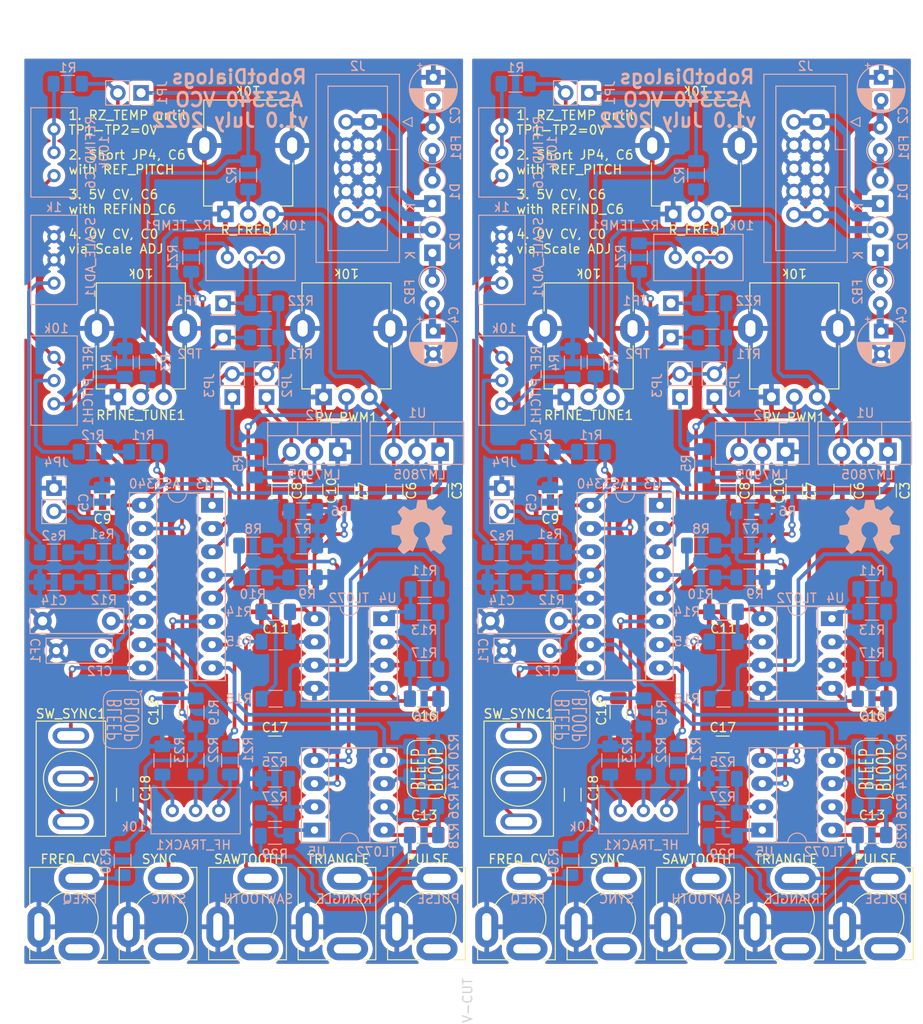
<source format=kicad_pcb>
(kicad_pcb (version 20211014) (generator pcbnew)
  (title_block (title "3340_VCO") (date "2022-07-02") (rev "1.0") (company "RobotDialogs"))
  (layers (0 "F.Cu" signal) (31 "B.Cu" signal) (34 "B.Paste" user) (35 "F.Paste" user) (36 "B.SilkS" user "B.Silkscreen") (37 "F.SilkS" user "F.Silkscreen") (38 "B.Mask" user) (39 "F.Mask" user) (44 "Edge.Cuts" user))
  (net 0 "")
  (net 1 "+12V")
  (net 2 "GND")
  (net 3 "-12V")
  (net 4 "+5V")
  (net 5 "-5V")
  (net 6 "-12VA")
  (net 7 "Net-(D1-Pad2)")
  (net 8 "Net-(D2-Pad1)")
  (net 9 "+12VA")
  (net 10 "Net-(C12-Pad2)")
  (net 11 "Net-(C14-Pad1)")
  (net 12 "/Inputs/Scale")
  (net 13 "Net-(C18-Pad2)")
  (net 14 "Net-(CF1-Pad1)")
  (net 16 "Net-(JP1-Pad1)")
  (net 17 "VEE")
  (net 18 "Net-(J100-PadT)")
  (net 19 "/Inputs/Frequency Control")
  (net 20 "Net-(C18-Pad1)")
  (net 23 "/Inputs/Linear FM")
  (net 24 "Net-(J102-PadT)")
  (net 25 "Net-(R10-Pad2)")
  (net 26 "/Outputs/Triangle Output")
  (net 28 "Net-(R11-Pad1)")
  (net 29 "/Outputs/Sawtooth Output")
  (net 30 "Net-(J103-PadT)")
  (net 32 "Net-(J104-PadT)")
  (net 33 "Net-(JP3-Pad1)")
  (net 34 "/Outputs/Pulse Output")
  (net 35 "Net-(R17-Pad2)")
  (net 36 "Net-(R22-Pad2)")
  (net 37 "Net-(R1-Pad1)")
  (net 38 "Net-(R2-Pad2)")
  (net 39 "/Inputs/High Frequency Track")
  (net 40 "Net-(R3-Pad2)")
  (net 41 "Net-(R26-Pad2)")
  (net 42 "Net-(REF_PITCH1-Pad2)")
  (net 43 "Net-(R4-Pad1)")
  (net 44 "Net-(R8-Pad1)")
  (net 45 "/Inputs/Scale Adjust 2")
  (net 46 "/Inputs/PWM Control")
  (net 47 "Net-(R11-Pad2)")
  (net 48 "Net-(R16-Pad2)")
  (net 49 "Net-(Rs1-Pad2)")
  (net 50 "/Inputs/Scale Adjust 1")
  (net 51 "/Inputs/Soft Sync")
  (net 52 "/Inputs/Hard Sync")
  (net 53 "Net-(R18-Pad2)")
  (net 54 "Net-(R15-Pad1)")
  (net 55 "Net-(R21-Pad2)")
  (net 56 "Net-(R23-Pad1)")
  (net 57 "Net-(R26-Pad1)")
  (net 58 "Net-(R25-Pad1)")
  (net 59 "Net-(Rr2-Pad1)")
  (net 60 "Net-(RZ1-Pad2)")
  (net 61 "Net-(RZ2-Pad1)")
  (net 62 "Net-(R29-Pad1)")
  (net 63 "Net-(SCALE_ADJ1-Pad1)")
  (footprint "My Stuff:Logo1" (layer "F.Cu") (at 233.5 128.25 90)
    (fp_text reference "LOGO1" hide)
    (fp_text value "logo1" hide)
  )
  (footprint "Capacitor_SMD:C_1206_3216Metric_Pad1.33x1.80mm_HandSolder" (layer "F.Cu") (at 168 111 180)
    (fp_text reference "C11")
    (fp_text value "10nF")
  )
  (footprint "Capacitor_SMD:C_1206_3216Metric_Pad1.33x1.80mm_HandSolder" (layer "F.Cu") (at 235 97.75 -90)
    (fp_text reference "C3")
    (fp_text value "220nF")
  )
  (footprint "My Stuff:Potentiometer_Alpha_RD901F-40-00D_Single_Vertical_w_3d" (layer "F.Cu") (at 202.25 80 90)
    (fp_text reference "RFINE_TUNE1")
    (fp_text value "10k")
  )
  (footprint "My Stuff:Potentiometer_Alpha_RD901F-40-00D_Single_Vertical_w_3d" (layer "F.Cu") (at 224.75 80 90)
    (fp_text reference "RV_PWM1")
    (fp_text value "10k")
  )
  (footprint "My Stuff:Jack_3.5mm_MJ-355W_Vertical" (layer "F.Cu") (at 145.595 144.55)
    (fp_text reference "J100")
    (fp_text value "FREQ_CV")
  )
  (footprint "My Stuff:Jack_3.5mm_MJ-355W_Vertical" (layer "F.Cu") (at 214.1725 144.55)
    (fp_text reference "J102")
    (fp_text value "SAWTOOTH")
  )
  (footprint "Capacitor_SMD:C_1206_3216Metric_Pad1.33x1.80mm_HandSolder" (layer "F.Cu") (at 198.0625 99 180)
    (fp_text reference "C9")
    (fp_text value "10nF")
  )
  (footprint "Capacitor_SMD:C_1206_3216Metric_Pad1.33x1.80mm_HandSolder" (layer "F.Cu") (at 216.92 125.5)
    (fp_text reference "C17")
    (fp_text value "10nF")
  )
  (footprint "Capacitor_SMD:C_1206_3216Metric_Pad1.33x1.80mm_HandSolder" (layer "F.Cu") (at 168.5 97.75 -90)
    (fp_text reference "C8")
    (fp_text value "100nF")
  )
  (footprint "Capacitor_SMD:C_1206_3216Metric_Pad1.33x1.80mm_HandSolder" (layer "F.Cu") (at 205.5 122 90)
    (fp_text reference "C12")
    (fp_text value "10nF")
  )
  (footprint "My Stuff:Logo2" (layer "F.Cu") (at 200.25 122.75 90)
    (fp_text reference "LOGO101" hide)
    (fp_text value "logo1" hide)
  )
  (footprint "Capacitor_SMD:C_1206_3216Metric_Pad1.33x1.80mm_HandSolder" (layer "F.Cu") (at 233.25 120.5 180)
    (fp_text reference "C16")
    (fp_text value "10nF")
  )
  (footprint "My Stuff:Jack_3.5mm_MJ-355W_Vertical" (layer "F.Cu") (at 155.38375 144.55)
    (fp_text reference "J101")
    (fp_text value "SYNC")
  )
  (footprint "My Stuff:Logo1" (layer "F.Cu") (at 184.5 128.25 90)
    (fp_text reference "LOGO1" hide)
    (fp_text value "logo1" hide)
  )
  (footprint "Capacitor_SMD:C_1206_3216Metric_Pad1.33x1.80mm_HandSolder" (layer "F.Cu") (at 233.25 135.41)
    (fp_text reference "C13")
    (fp_text value "10nF")
  )
  (footprint "Capacitor_SMD:C_1206_3216Metric_Pad1.33x1.80mm_HandSolder" (layer "F.Cu") (at 156.5 122 90)
    (fp_text reference "C12")
    (fp_text value "10nF")
  )
  (footprint "Capacitor_SMD:C_1206_3216Metric_Pad1.33x1.80mm_HandSolder" (layer "F.Cu") (at 167.92 125.5)
    (fp_text reference "C17")
    (fp_text value "10nF")
  )
  (footprint "Capacitor_SMD:C_1206_3216Metric_Pad1.33x1.80mm_HandSolder" (layer "F.Cu") (at 217.5 97.75 -90)
    (fp_text reference "C8")
    (fp_text value "100nF")
  )
  (footprint "Capacitor_SMD:C_1206_3216Metric_Pad1.33x1.80mm_HandSolder" (layer "F.Cu") (at 149.0625 99 180)
    (fp_text reference "C9")
    (fp_text value "10nF")
  )
  (footprint "My Stuff:SPDT_Toggle" (layer "F.Cu") (at 145.595 129.25)
    (fp_text reference "SW_SYNC1")
    (fp_text value "SW_SPDT")
  )
  (footprint "My Stuff:Jack_3.5mm_MJ-355W_Vertical" (layer "F.Cu") (at 194.595 144.55)
    (fp_text reference "J100")
    (fp_text value "FREQ_CV")
  )
  (footprint "Capacitor_SMD:C_1206_3216Metric_Pad1.33x1.80mm_HandSolder" (layer "F.Cu") (at 172.25 97.75 -90)
    (fp_text reference "C10")
    (fp_text value "10nF")
  )
  (footprint "Capacitor_SMD:C_1206_3216Metric_Pad1.33x1.80mm_HandSolder" (layer "F.Cu") (at 184.25 120.5 180)
    (fp_text reference "C16")
    (fp_text value "10nF")
  )
  (footprint "My Stuff:Potentiometer_Alpha_RD901F-40-00D_Single_Vertical_w_3d" (layer "F.Cu") (at 214 60 90)
    (fp_text reference "R_FREQ1")
    (fp_text value "10k")
  )
  (footprint "Capacitor_SMD:C_1206_3216Metric_Pad1.33x1.80mm_HandSolder" (layer "F.Cu") (at 181 97.75 -90)
    (fp_text reference "C6")
    (fp_text value "100nF")
  )
  (footprint "My Stuff:Jack_3.5mm_MJ-355W_Vertical" (layer "F.Cu") (at 233.75 144.55)
    (fp_text reference "J104")
    (fp_text value "PULSE")
  )
  (footprint "My Stuff:Jack_3.5mm_MJ-355W_Vertical" (layer "F.Cu") (at 174.96125 144.55)
    (fp_text reference "J103")
    (fp_text value "TRIANGLE")
  )
  (footprint "My Stuff:Potentiometer_Alpha_RD901F-40-00D_Single_Vertical_w_3d" (layer "F.Cu") (at 175.75 80 90)
    (fp_text reference "RV_PWM1")
    (fp_text value "10k")
  )
  (footprint "My Stuff:Jack_3.5mm_MJ-355W_Vertical" (layer "F.Cu") (at 184.75 144.55)
    (fp_text reference "J104")
    (fp_text value "PULSE")
  )
  (footprint "Capacitor_SMD:C_1206_3216Metric_Pad1.33x1.80mm_HandSolder" (layer "F.Cu") (at 184.25 135.41)
    (fp_text reference "C13")
    (fp_text value "10nF")
  )
  (footprint "My Stuff:Jack_3.5mm_MJ-355W_Vertical" (layer "F.Cu") (at 165.1725 144.55)
    (fp_text reference "J102")
    (fp_text value "SAWTOOTH")
  )
  (footprint "Capacitor_SMD:C_1206_3216Metric_Pad1.33x1.80mm_HandSolder" (layer "F.Cu") (at 200.5 131 90)
    (fp_text reference "C18")
    (fp_text value "10nF")
  )
  (footprint "Capacitor_SMD:C_1206_3216Metric_Pad1.33x1.80mm_HandSolder" (layer "F.Cu") (at 151.5 131 90)
    (fp_text reference "C18")
    (fp_text value "10nF")
  )
  (footprint "My Stuff:Potentiometer_Alpha_RD901F-40-00D_Single_Vertical_w_3d" (layer "F.Cu") (at 153.25 80 90)
    (fp_text reference "RFINE_TUNE1")
    (fp_text value "10k")
  )
  (footprint "Capacitor_SMD:C_1206_3216Metric_Pad1.33x1.80mm_HandSolder" (layer "F.Cu") (at 217 111 180)
    (fp_text reference "C11")
    (fp_text value "10nF")
  )
  (footprint "Capacitor_SMD:C_1206_3216Metric_Pad1.33x1.80mm_HandSolder" (layer "F.Cu") (at 230 97.75 -90)
    (fp_text reference "C6")
    (fp_text value "100nF")
  )
  (footprint "Capacitor_SMD:C_1206_3216Metric_Pad1.33x1.80mm_HandSolder" (layer "F.Cu") (at 224.75 97.75 -90)
    (fp_text reference "C7")
    (fp_text value "330nF")
  )
  (footprint "My Stuff:Potentiometer_Alpha_RD901F-40-00D_Single_Vertical_w_3d" (layer "F.Cu") (at 165 60 90)
    (fp_text reference "R_FREQ1")
    (fp_text value "10k")
  )
  (footprint "Capacitor_SMD:C_1206_3216Metric_Pad1.33x1.80mm_HandSolder" (layer "F.Cu") (at 175.75 97.75 -90)
    (fp_text reference "C7")
    (fp_text value "330nF")
  )
  (footprint "My Stuff:Jack_3.5mm_MJ-355W_Vertical" (layer "F.Cu") (at 204.38375 144.55)
    (fp_text reference "J101")
    (fp_text value "SYNC")
  )
  (footprint "Capacitor_SMD:C_1206_3216Metric_Pad1.33x1.80mm_HandSolder" (layer "F.Cu") (at 221.25 97.75 -90)
    (fp_text reference "C10")
    (fp_text value "10nF")
  )
  (footprint "My Stuff:Jack_3.5mm_MJ-355W_Vertical" (layer "F.Cu") (at 223.96125 144.55)
    (fp_text reference "J103")
    (fp_text value "TRIANGLE")
  )
  (footprint "My Stuff:SPDT_Toggle" (layer "F.Cu") (at 194.595 129.25)
    (fp_text reference "SW_SYNC1")
    (fp_text value "SW_SPDT")
  )
  (footprint "My Stuff:Logo2" (layer "F.Cu") (at 151.25 122.75 90)
    (fp_text reference "LOGO101" hide)
    (fp_text value "logo1" hide)
  )
  (footprint "Capacitor_SMD:C_1206_3216Metric_Pad1.33x1.80mm_HandSolder" (layer "F.Cu") (at 186 97.75 -90)
    (fp_text reference "C3")
    (fp_text value "220nF")
  )
  (footprint "Resistor_SMD:R_1206_3216Metric_Pad1.30x1.75mm_HandSolder" (layer "B.Cu") (at 233.220001 132.27)
    (fp_text reference "R26")
    (fp_text value "200k")
  )
  (footprint "Resistor_SMD:R_1206_3216Metric_Pad1.30x1.75mm_HandSolder" (layer "B.Cu") (at 233.300001 108.5)
    (fp_text reference "R11")
    (fp_text value "100k")
  )
  (footprint "Resistor_SMD:R_1206_3216Metric_Pad1.30x1.75mm_HandSolder" (layer "B.Cu") (at 233.25 120.5 180)
    (fp_text reference "R17")
    (fp_text value "100k")
  )
  (footprint "Resistor_SMD:R_1206_3216Metric_Pad1.30x1.75mm_HandSolder" (layer "B.Cu") (at 233.25 111 180)
    (fp_text reference "R13")
    (fp_text value "15k")
  )
  (footprint "Resistor_SMD:R_1206_3216Metric_Pad1.30x1.75mm_HandSolder" (layer "B.Cu") (at 215.75 81)
    (fp_text reference "RT1")
    (fp_text value "5.6k")
  )
  (footprint "Diode_THT:D_A-405_P2.54mm_Vertical_KathodeUp" (layer "B.Cu") (at 234.15 71.745 90)
    (fp_text reference "D2")
    (fp_text value "D")
  )
  (footprint "Resistor_SMD:R_1206_3216Metric_Pad1.30x1.75mm_HandSolder" (layer "B.Cu") (at 216.92 129.25 180)
    (fp_text reference "R25")
    (fp_text value "100k")
  )
  (footprint "Resistor_SMD:R_1206_3216Metric_Pad1.30x1.75mm_HandSolder" (layer "B.Cu") (at 208.25 122 90)
    (fp_text reference "R19")
    (fp_text value "470")
  )
  (footprint "Resistor_SMD:R_1206_3216Metric_Pad1.30x1.75mm_HandSolder" (layer "B.Cu") (at 194.25 53.25)
    (fp_text reference "R1")
    (fp_text value "150k")
  )
  (footprint "Resistor_SMD:R_1206_3216Metric_Pad1.30x1.75mm_HandSolder" (layer "B.Cu") (at 233.25 117.25)
    (fp_text reference "R16")
    (fp_text value "100k")
  )
  (footprint "Package_TO_SOT_THT:TO-220-3_Vertical" (layer "B.Cu") (at 174.79 93.5 180)
    (fp_text reference "U2")
    (fp_text value "L7905")
  )
  (footprint "Resistor_SMD:R_1206_3216Metric_Pad1.30x1.75mm_HandSolder" (layer "B.Cu") (at 170.95 107.23)
    (fp_text reference "R9")
    (fp_text value "1k")
  )
  (footprint "Connector_PinHeader_2.54mm:PinHeader_1x01_P2.54mm_Vertical" (layer "B.Cu") (at 162.25 77.25 180)
    (fp_text reference "TP1")
    (fp_text value "TestPoint")
  )
  (footprint "Resistor_SMD:R_1206_3216Metric_Pad1.30x1.75mm_HandSolder" (layer "B.Cu") (at 171 103.75 180)
    (fp_text reference "R7")
    (fp_text value "100k")
  )
  (footprint "Resistor_SMD:R_1206_3216Metric_Pad1.30x1.75mm_HandSolder" (layer "B.Cu") (at 166.75 81)
    (fp_text reference "RT1")
    (fp_text value "5.6k")
  )
  (footprint "Package_DIP:DIP-16_W7.62mm_Socket_LongPads" (layer "B.Cu") (at 210.05 99.35 180)
    (fp_text reference "U3")
    (fp_text value "AS3340")
  )
  (footprint "Capacitor_THT:C_Rect_L10.0mm_W2.5mm_P7.50mm_MKS4" (layer "B.Cu") (at 150 112 180)
    (fp_text reference "CF1")
    (fp_text value "1nF")
  )
  (footprint "Inductor_THT:L_Axial_L6.6mm_D2.7mm_P2.54mm_Vertical_Vishay_IM-2" (layer "B.Cu") (at 234.15 60.54 90)
    (fp_text reference "FB1")
    (fp_text value "FerriteBead")
  )
  (footprint "Resistor_SMD:R_1206_3216Metric_Pad1.30x1.75mm_HandSolder" (layer "B.Cu") (at 192.75 104.5 180)
    (fp_text reference "Rs2")
    (fp_text value "620")
  )
  (footprint "Resistor_SMD:R_1206_3216Metric_Pad1.30x1.75mm_HandSolder" (layer "B.Cu") (at 167.92 133)
    (fp_text reference "R27")
    (fp_text value "100k")
  )
  (footprint "Resistor_SMD:R_1206_3216Metric_Pad1.30x1.75mm_HandSolder" (layer "B.Cu") (at 200.5 83.75 90)
    (fp_text reference "R4")
    (fp_text value "22k")
  )
  (footprint "Package_DIP:DIP-8_W7.62mm_Socket_LongPads" (layer "B.Cu") (at 172.25 134.87)
    (fp_text reference "U5")
    (fp_text value "TL072")
  )
  (footprint "Resistor_SMD:R_1206_3216Metric_Pad1.30x1.75mm_HandSolder" (layer "B.Cu") (at 220 100 180)
    (fp_text reference "R6")
    (fp_text value "100k")
  )
  (footprint "Resistor_SMD:R_1206_3216Metric_Pad1.30x1.75mm_HandSolder" (layer "B.Cu") (at 165.550001 107.25)
    (fp_text reference "R10")
    (fp_text value "50k")
  )
  (footprint "Potentiometer_THT:Potentiometer_Bourns_3296W_Vertical" (layer "B.Cu") (at 192.75 75.05 -90)
    (fp_text reference "SCALE_ADJ1")
    (fp_text value "1k")
  )
  (footprint "Resistor_SMD:R_1206_3216Metric_Pad1.30x1.75mm_HandSolder" (layer "B.Cu") (at 184.220001 132.27)
    (fp_text reference "R26")
    (fp_text value "200k")
  )
  (footprint "Connector_PinHeader_2.54mm:PinHeader_1x01_P2.54mm_Vertical" (layer "B.Cu") (at 211.25 81 180)
    (fp_text reference "TP2")
    (fp_text value "TestPoint")
  )
  (footprint "Resistor_SMD:R_1206_3216Metric_Pad1.30x1.75mm_HandSolder" (layer "B.Cu") (at 163 127.239999 -90)
    (fp_text reference "R21")
    (fp_text value "5k")
  )
  (footprint "Resistor_SMD:R_1206_3216Metric_Pad1.30x1.75mm_HandSolder" (layer "B.Cu") (at 148 93.5 180)
    (fp_text reference "Rr2")
    (fp_text value "1M")
  )
  (footprint "Resistor_SMD:R_1206_3216Metric_Pad1.30x1.75mm_HandSolder" (layer "B.Cu") (at 200.25 138.25 -90)
    (fp_text reference "R30")
    (fp_text value "100k,0.05%")
  )
  (footprint "Connector_PinHeader_2.54mm:PinHeader_1x02_P2.54mm_Vertical" (layer "B.Cu") (at 192.75 97.475 180)
    (fp_text reference "JP4")
    (fp_text value "Jumper_2_Open")
  )
  (footprint "Resistor_SMD:R_1206_3216Metric_Pad1.30x1.75mm_HandSolder" (layer "B.Cu") (at 204.6 127.25 90)
    (fp_text reference "R23")
    (fp_text value "5k")
  )
  (footprint "Capacitor_THT:C_Rect_L7.0mm_W2.5mm_P5.00mm" (layer "B.Cu") (at 149 115.25 180)
    (fp_text reference "CF2")
    (fp_text value "1nF")
  )
  (footprint "Resistor_SMD:R_1206_3216Metric_Pad1.30x1.75mm_HandSolder" (layer "B.Cu") (at 197 93.5 180)
    (fp_text reference "Rr2")
    (fp_text value "1M")
  )
  (footprint "Capacitor_THT:C_Rect_L10.0mm_W2.5mm_P7.50mm_MKS4" (layer "B.Cu") (at 199 112 180)
    (fp_text reference "CF1")
    (fp_text value "1nF")
  )
  (footprint "Diode_THT:D_A-405_P2.54mm_Vertical_KathodeUp" (layer "B.Cu") (at 234.15 66.345 90)
    (fp_text reference "D1")
    (fp_text value "D")
  )
  (footprint "Diode_THT:D_A-405_P2.54mm_Vertical_KathodeUp" (layer "B.Cu") (at 185.15 71.745 90)
    (fp_text reference "D2")
    (fp_text value "D")
  )
  (footprint "Resistor_SMD:R_1206_3216Metric_Pad1.30x1.75mm_HandSolder" (layer "B.Cu") (at 203 83.699999 -90)
    (fp_text reference "R3")
    (fp_text value "1.5M")
  )
  (footprint "Resistor_SMD:R_1206_3216Metric_Pad1.30x1.75mm_HandSolder" (layer "B.Cu") (at 159.25 122 90)
    (fp_text reference "R19")
    (fp_text value "470")
  )
  (footprint "Resistor_SMD:R_1206_3216Metric_Pad1.30x1.75mm_HandSolder" (layer "B.Cu") (at 184.25 117.25)
    (fp_text reference "R16")
    (fp_text value "100k")
  )
  (footprint "Package_DIP:DIP-8_W7.62mm_Socket_LongPads" (layer "B.Cu") (at 228.87 111.75 180)
    (fp_text reference "U4")
    (fp_text value "TL072")
  )
  (footprint "Resistor_SMD:R_1206_3216Metric_Pad1.30x1.75mm_HandSolder" (layer "B.Cu") (at 149.2 107.75)
    (fp_text reference "R12")
    (fp_text value "470")
  )
  (footprint "Resistor_SMD:R_1206_3216Metric_Pad1.30x1.75mm_HandSolder" (layer "B.Cu") (at 168 111)
    (fp_text reference "R14")
    (fp_text value "15k")
  )
  (footprint "Capacitor_THT:CP_Radial_D5.0mm_P2.50mm" (layer "B.Cu") (at 234.25 80.294888 -90)
    (fp_text reference "C4")
    (fp_text value "100uF")
  )
  (footprint "Resistor_SMD:R_1206_3216Metric_Pad1.30x1.75mm_HandSolder" (layer "B.Cu") (at 149.21 104.46 180)
    (fp_text reference "Rs1")
    (fp_text value "1k")
  )
  (footprint "Resistor_SMD:R_1206_3216Metric_Pad1.30x1.75mm_HandSolder" (layer "B.Cu") (at 145.25 53.25)
    (fp_text reference "R1")
    (fp_text value "150k")
  )
  (footprint "Resistor_SMD:R_1206_3216Metric_Pad1.30x1.75mm_HandSolder" (layer "B.Cu") (at 233.17 125.75 180)
    (fp_text reference "R20")
    (fp_text value "100k")
  )
  (footprint "Inductor_THT:L_Axial_L6.6mm_D2.7mm_P2.54mm_Vertical_Vishay_IM-2" (layer "B.Cu") (at 234.15 74.75 -90)
    (fp_text reference "FB2")
    (fp_text value "FerriteBead")
  )
  (footprint "Resistor_SMD:R_1206_3216Metric_Pad1.30x1.75mm_HandSolder" (layer "B.Cu") (at 214 63.25 -90)
    (fp_text reference "R2")
    (fp_text value "47k")
  )
  (footprint "Resistor_SMD:R_1206_3216Metric_Pad1.30x1.75mm_HandSolder" (layer "B.Cu") (at 171 100 180)
    (fp_text reference "R6")
    (fp_text value "100k")
  )
  (footprint "Connector_PinHeader_2.54mm:PinHeader_1x02_P2.54mm_Vertical" (layer "B.Cu") (at 163.25 87.525)
    (fp_text reference "JP3")
    (fp_text value "Jumper_2_Open")
  )
  (footprint "Connector_IDC:IDC-Header_2x05_P2.54mm_Vertical" (layer "B.Cu") (at 178.2525 57.42 180)
    (fp_text reference "J2")
    (fp_text value "Conn_02x05_Odd_Even")
  )
  (footprint "Connector_PinHeader_2.54mm:PinHeader_1x02_P2.54mm_Vertical" (layer "B.Cu") (at 167 87.525)
    (fp_text reference "JP2")
    (fp_text value "Jumper_2_Open")
  )
  (footprint "Potentiometer_THT:Potentiometer_Bourns_3296W_Vertical" (layer "B.Cu") (at 192.75 88.25 -90)
    (fp_text reference "REF_PITCH1")
    (fp_text value "10k")
  )
  (footprint "Resistor_SMD:R_1206_3216Metric_Pad1.30x1.75mm_HandSolder" (layer "B.Cu") (at 143.75 104.5 180)
    (fp_text reference "Rs2")
    (fp_text value "620")
  )
  (footprint "Resistor_SMD:R_1206_3216Metric_Pad1.30x1.75mm_HandSolder" (layer "B.Cu") (at 184.17 129 180)
    (fp_text reference "R24")
    (fp_text value "120k")
  )
  (footprint "Package_DIP:DIP-16_W7.62mm_Socket_LongPads" (layer "B.Cu") (at 161.05 99.35 180)
    (fp_text reference "U3")
    (fp_text value "AS3340")
  )
  (footprint "Package_TO_SOT_THT:TO-220-3_Vertical" (layer "B.Cu") (at 235 93.5 180)
    (fp_text reference "U1")
    (fp_text value "LM7805_TO220")
  )
  (footprint "Capacitor_THT:C_Rect_L7.0mm_W2.5mm_P5.00mm" (layer "B.Cu") (at 198 115.25 180)
    (fp_text reference "CF2")
    (fp_text value "1nF")
  )
  (footprint "Capacitor_SMD:C_1206_3216Metric_Pad1.33x1.80mm_HandSolder" (layer "B.Cu") (at 143.75 107.75 180)
    (fp_text reference "C14")
    (fp_text value "10nF")
  )
  (footprint "Potentiometer_THT:Potentiometer_Bourns_3296W_Vertical" (layer "B.Cu") (at 143.75 88.25 -90)
    (fp_text reference "REF_PITCH1")
    (fp_text value "10k")
  )
  (footprint "Resistor_SMD:R_1206_3216Metric_Pad1.30x1.75mm_HandSolder" (layer "B.Cu") (at 208.25 127.25 -90)
    (fp_text reference "R22")
    (fp_text value "1M")
  )
  (footprint "Diode_THT:D_A-405_P2.54mm_Vertical_KathodeUp" (layer "B.Cu") (at 185.15 66.345 90)
    (fp_text reference "D1")
    (fp_text value "D")
  )
  (footprint "Package_TO_SOT_THT:TO-220-3_Vertical" (layer "B.Cu") (at 223.79 93.5 180)
    (fp_text reference "U2")
    (fp_text value "L7905")
  )
  (footprint "Resistor_SMD:R_1206_3216Metric_Pad1.30x1.75mm_HandSolder" (layer "B.Cu") (at 217 111)
    (fp_text reference "R14")
    (fp_text value "15k")
  )
  (footprint "Package_TO_SOT_THT:TO-220-3_Vertical" (layer "B.Cu") (at 186 93.5 180)
    (fp_text reference "U1")
    (fp_text value "LM7805_TO220")
  )
  (footprint "Resistor_SMD:R_1206_3216Metric_Pad1.30x1.75mm_HandSolder" (layer "B.Cu") (at 184.25 111 180)
    (fp_text reference "R13")
    (fp_text value "15k")
  )
  (footprint "Connector_PinHeader_2.54mm:PinHeader_1x01_P2.54mm_Vertical" (layer "B.Cu") (at 211.25 77.25 180)
    (fp_text reference "TP1")
    (fp_text value "TestPoint")
  )
  (footprint "Resistor_SMD:R_1206_3216Metric_Pad1.30x1.75mm_HandSolder" (layer "B.Cu") (at 216.92 133)
    (fp_text reference "R27")
    (fp_text value "100k")
  )
  (footprint "Connector_PinHeader_2.54mm:PinHeader_1x02_P2.54mm_Vertical" (layer "B.Cu") (at 143.75 97.475 180)
    (fp_text reference "JP4")
    (fp_text value "Jumper_2_Open")
  )
  (footprint "Capacitor_THT:CP_Radial_D5.0mm_P2.50mm" (layer "B.Cu") (at 234.25 52.544888 -90)
    (fp_text reference "C2")
    (fp_text value "100uF")
  )
  (footprint "Resistor_SMD:R_1206_3216Metric_Pad1.30x1.75mm_HandSolder" (layer "B.Cu") (at 214.75 94.75 -90)
    (fp_text reference "R5")
    (fp_text value "575")
  )
  (footprint "Resistor_SMD:R_1206_3216Metric_Pad1.30x1.75mm_HandSolder" (layer "B.Cu") (at 214.550001 107.25)
    (fp_text reference "R10")
    (fp_text value "50k")
  )
  (footprint "Potentiometer_THT:Potentiometer_Bourns_3296W_Vertical" (layer "B.Cu") (at 143.75 75.05 -90)
    (fp_text reference "SCALE_ADJ1")
    (fp_text value "1k")
  )
  (footprint "Resistor_SMD:R_1206_3216Metric_Pad1.30x1.75mm_HandSolder" (layer "B.Cu") (at 198.21 104.46 180)
    (fp_text reference "Rs1")
    (fp_text value "1k")
  )
  (footprint "Resistor_SMD:R_1206_3216Metric_Pad1.30x1.75mm_HandSolder" (layer "B.Cu") (at 151.25 138.25 -90)
    (fp_text reference "R30")
    (fp_text value "100k,0.05%")
  )
  (footprint "Resistor_SMD:R_1206_3216Metric_Pad1.30x1.75mm_HandSolder" (layer "B.Cu") (at 154 83.699999 -90)
    (fp_text reference "R3")
    (fp_text value "1.5M")
  )
  (footprint "Resistor_SMD:R_1206_3216Metric_Pad1.30x1.75mm_HandSolder" (layer "B.Cu") (at 168 114.25 180)
    (fp_text reference "R15")
    (fp_text value "1k")
  )
  (footprint "Resistor_SMD:R_1206_3216Metric_Pad1.30x1.75mm_HandSolder" (layer "B.Cu") (at 184.300001 108.5)
    (fp_text reference "R11")
    (fp_text value "100k")
  )
  (footprint "Symbol:OSHW-Symbol_6.7x6mm_SilkScreen" (layer "B.Cu") (at 233 101.75 180)
    (fp_text reference "LOGO2" hide)
    (fp_text value "Logo_Open_Hardware_Small" hide)
  )
  (footprint "Resistor_SMD:R_1206_3216Metric_Pad1.30x1.75mm_HandSolder" (layer "B.Cu") (at 159.25 127.25 -90)
    (fp_text reference "R22")
    (fp_text value "1M")
  )
  (footprint "Resistor_SMD:R_1206_3216Metric_Pad1.30x1.75mm_HandSolder" (layer "B.Cu") (at 165.550002 103.75 180)
    (fp_text reference "R8")
    (fp_text value "100k")
  )
  (footprint "Capacitor_SMD:C_1206_3216Metric_Pad1.33x1.80mm_HandSolder" (layer "B.Cu") (at 149 99 -90)
    (fp_text reference "C5")
    (fp_text value "560pF")
  )
  (footprint "Resistor_SMD:R_1206_3216Metric_Pad1.30x1.75mm_HandSolder" (layer "B.Cu") (at 158.75 72.25 90)
    (fp_text reference "RZ1")
    (fp_text value "13k")
  )
  (footprint "Resistor_SMD:R_1206_3216Metric_Pad1.30x1.75mm_HandSolder" (layer "B.Cu") (at 212 127.239999 -90)
    (fp_text reference "R21")
    (fp_text value "5k")
  )
  (footprint "Package_DIP:DIP-8_W7.62mm_Socket_LongPads" (layer "B.Cu") (at 221.25 134.87)
    (fp_text reference "U5")
    (fp_text value "TL072")
  )
  (footprint "Capacitor_THT:CP_Radial_D5.0mm_P2.50mm" (layer "B.Cu") (at 185.25 80.294888 -90)
    (fp_text reference "C4")
    (fp_text value "100uF")
  )
  (footprint "Resistor_SMD:R_1206_3216Metric_Pad1.30x1.75mm_HandSolder" (layer "B.Cu") (at 165 63.25 -90)
    (fp_text reference "R2")
    (fp_text value "47k")
  )
  (footprint "Resistor_SMD:R_1206_3216Metric_Pad1.30x1.75mm_HandSolder" (layer "B.Cu") (at 215.75 77.25)
    (fp_text reference "RZ2")
    (fp_text value "5.6k")
  )
  (footprint "Resistor_SMD:R_1206_3216Metric_Pad1.30x1.75mm_HandSolder" (layer "B.Cu") (at 219.95 107.23)
    (fp_text reference "R9")
    (fp_text value "1k")
  )
  (footprint "Resistor_SMD:R_1206_3216Metric_Pad1.30x1.75mm_HandSolder" (layer "B.Cu") (at 207.75 72.25 90)
    (fp_text reference "RZ1")
    (fp_text value "13k")
  )
  (footprint "Resistor_SMD:R_1206_3216Metric_Pad1.30x1.75mm_HandSolder" (layer "B.Cu") (at 167.92 135.5 180)
    (fp_text reference "R29")
    (fp_text value "1k")
  )
  (footprint "Connector_PinHeader_2.54mm:PinHeader_1x01_P2.54mm_Vertical" (layer "B.Cu") (at 162.25 81 180)
    (fp_text reference "TP2")
    (fp_text value "TestPoint")
  )
  (footprint "Potentiometer_THT:Potentiometer_Bourns_3296W_Vertical" (layer "B.Cu") (at 205.700001 132.739999 180)
    (fp_text reference "HF_TRACK1")
    (fp_text value "10k")
  )
  (footprint "Potentiometer_THT:Potentiometer_Bourns_3296W_Vertical" (layer "B.Cu") (at 143.75 63.3 -90)
    (fp_text reference "REFIND_C6")
    (fp_text value "100k")
  )
  (footprint "Resistor_SMD:R_1206_3216Metric_Pad1.30x1.75mm_HandSolder" (layer "B.Cu") (at 233.220001 135.43 180)
    (fp_text reference "R28")
    (fp_text value "1k")
  )
  (footprint "Resistor_SMD:R_1206_3216Metric_Pad1.30x1.75mm_HandSolder" (layer "B.Cu") (at 202.5 93.5 180)
    (fp_text reference "Rr1")
    (fp_text value "330k")
  )
  (footprint "Resistor_SMD:R_1206_3216Metric_Pad1.30x1.75mm_HandSolder" (layer "B.Cu") (at 214.550002 103.75 180)
    (fp_text reference "R8")
    (fp_text value "100k")
  )
  (footprint "Potentiometer_THT:Potentiometer_Bourns_3296W_Vertical" (layer "B.Cu") (at 192.75 63.3 -90)
    (fp_text reference "REFIND_C6")
    (fp_text value "100k")
  )
  (footprint "Resistor_SMD:R_1206_3216Metric_Pad1.30x1.75mm_HandSolder" (layer "B.Cu") (at 151.5 83.75 90)
    (fp_text reference "R4")
    (fp_text value "22k")
  )
  (footprint "Resistor_SMD:R_1206_3216Metric_Pad1.30x1.75mm_HandSolder" (layer "B.Cu") (at 220 103.75 180)
    (fp_text reference "R7")
    (fp_text value "100k")
  )
  (footprint "Resistor_SMD:R_1206_3216Metric_Pad1.30x1.75mm_HandSolder" (layer "B.Cu") (at 198.2 107.75)
    (fp_text reference "R12")
    (fp_text value "470")
  )
  (footprint "Resistor_SMD:R_1206_3216Metric_Pad1.30x1.75mm_HandSolder" (layer "B.Cu") (at 166.75 77.25)
    (fp_text reference "RZ2")
    (fp_text value "5.6k")
  )
  (footprint "Resistor_SMD:R_1206_3216Metric_Pad1.30x1.75mm_HandSolder" (layer "B.Cu") (at 155.6 127.25 90)
    (fp_text reference "R23")
    (fp_text value "5k")
  )
  (footprint "Resistor_SMD:R_1206_3216Metric_Pad1.30x1.75mm_HandSolder" (layer "B.Cu") (at 233.17 129 180)
    (fp_text reference "R24")
    (fp_text value "120k")
  )
  (footprint "Potentiometer_THT:Potentiometer_Bourns_3296W_Vertical" (layer "B.Cu") (at 216.8 72.25)
    (fp_text reference "RZ_TEMP1")
    (fp_text value "10k")
  )
  (footprint "Resistor_SMD:R_1206_3216Metric_Pad1.30x1.75mm_HandSolder" (layer "B.Cu") (at 167.92 129.25 180)
    (fp_text reference "R25")
    (fp_text value "100k")
  )
  (footprint "Capacitor_SMD:C_1206_3216Metric_Pad1.33x1.80mm_HandSolder" (layer "B.Cu") (at 198 99 -90)
    (fp_text reference "C5")
    (fp_text value "560pF")
  )
  (footprint "Connector_PinHeader_2.54mm:PinHeader_1x02_P2.54mm_Vertical" (layer "B.Cu") (at 153.275 54.25 90)
    (fp_text reference "JP1")
    (fp_text value "Jumper_2_Open")
  )
  (footprint "Symbol:OSHW-Symbol_6.7x6mm_SilkScreen" (layer "B.Cu") (at 184 101.75 180)
    (fp_text reference "LOGO2" hide)
    (fp_text value "Logo_Open_Hardware_Small" hide)
  )
  (footprint "Resistor_SMD:R_1206_3216Metric_Pad1.30x1.75mm_HandSolder" (layer "B.Cu") (at 216.92 135.5 180)
    (fp_text reference "R29")
    (fp_text value "1k")
  )
  (footprint "Connector_IDC:IDC-Header_2x05_P2.54mm_Vertical" (layer "B.Cu") (at 227.2525 57.42 180)
    (fp_text reference "J2")
    (fp_text value "Conn_02x05_Odd_Even")
  )
  (footprint "Resistor_SMD:R_1206_3216Metric_Pad1.30x1.75mm_HandSolder" (layer "B.Cu") (at 184.220001 135.43 180)
    (fp_text reference "R28")
    (fp_text value "1k")
  )
  (footprint "Package_DIP:DIP-8_W7.62mm_Socket_LongPads" (layer "B.Cu") (at 179.87 111.75 180)
    (fp_text reference "U4")
    (fp_text value "TL072")
  )
  (footprint "Resistor_SMD:R_1206_3216Metric_Pad1.30x1.75mm_HandSolder" (layer "B.Cu") (at 168 120.5 180)
    (fp_text reference "R18")
    (fp_text value "100k")
  )
  (footprint "Potentiometer_THT:Potentiometer_Bourns_3296W_Vertical" (layer "B.Cu") (at 156.700001 132.739999 180)
    (fp_text reference "HF_TRACK1")
    (fp_text value "10k")
  )
  (footprint "Resistor_SMD:R_1206_3216Metric_Pad1.30x1.75mm_HandSolder" (layer "B.Cu") (at 184.17 125.75 180)
    (fp_text reference "R20")
    (fp_text value "100k")
  )
  (footprint "Potentiometer_THT:Potentiometer_Bourns_3296W_Vertical" (layer "B.Cu") (at 167.8 72.25)
    (fp_text reference "RZ_TEMP1")
    (fp_text value "10k")
  )
  (footprint "Capacitor_SMD:C_1206_3216Metric_Pad1.33x1.80mm_HandSolder" (layer "B.Cu") (at 192.75 107.75 180)
    (fp_text reference "C14")
    (fp_text value "10nF")
  )
  (footprint "Resistor_SMD:R_1206_3216Metric_Pad1.30x1.75mm_HandSolder" (layer "B.Cu") (at 184.25 120.5 180)
    (fp_text reference "R17")
    (fp_text value "100k")
  )
  (footprint "Resistor_SMD:R_1206_3216Metric_Pad1.30x1.75mm_HandSolder" (layer "B.Cu") (at 217 114.25 180)
    (fp_text reference "R15")
    (fp_text value "1k")
  )
  (footprint "Resistor_SMD:R_1206_3216Metric_Pad1.30x1.75mm_HandSolder" (layer "B.Cu") (at 153.5 93.5 180)
    (fp_text reference "Rr1")
    (fp_text value "330k")
  )
  (footprint "Capacitor_THT:CP_Radial_D5.0mm_P2.50mm" (layer "B.Cu") (at 185.25 52.544888 -90)
    (fp_text reference "C2")
    (fp_text value "100uF")
  )
  (footprint "Connector_PinHeader_2.54mm:PinHeader_1x02_P2.54mm_Vertical" (layer "B.Cu") (at 212.25 87.525)
    (fp_text reference "JP3")
    (fp_text value "Jumper_2_Open")
  )
  (footprint "Connector_PinHeader_2.54mm:PinHeader_1x02_P2.54mm_Vertical" (layer "B.Cu") (at 202.275 54.25 90)
    (fp_text reference "JP1")
    (fp_text value "Jumper_2_Open")
  )
  (footprint "Inductor_THT:L_Axial_L6.6mm_D2.7mm_P2.54mm_Vertical_Vishay_IM-2" (layer "B.Cu") (at 185.15 60.54 90)
    (fp_text reference "FB1")
    (fp_text value "FerriteBead")
  )
  (footprint "Resistor_SMD:R_1206_3216Metric_Pad1.30x1.75mm_HandSolder" (layer "B.Cu") (at 165.75 94.75 -90)
    (fp_text reference "R5")
    (fp_text value "575")
  )
  (footprint "Connector_PinHeader_2.54mm:PinHeader_1x02_P2.54mm_Vertical" (layer "B.Cu") (at 216 87.525)
    (fp_text reference "JP2")
    (fp_text value "Jumper_2_Open")
  )
  (footprint "Resistor_SMD:R_1206_3216Metric_Pad1.30x1.75mm_HandSolder" (layer "B.Cu") (at 217 120.5 180)
    (fp_text reference "R18")
    (fp_text value "100k")
  )
  (footprint "Inductor_THT:L_Axial_L6.6mm_D2.7mm_P2.54mm_Vertical_Vishay_IM-2" (layer "B.Cu") (at 185.15 74.75 -90)
    (fp_text reference "FB2")
    (fp_text value "FerriteBead")
  )
  (gr_rect (start 140 50) (end 238 150) (layer "Edge.Cuts") (width 0.01) (fill none))
  (gr_line (start 189 50) (end 189 150) (layer "Edge.Cuts") (width 0.01))
  (gr_text "LM7905" (at 172.25 96) (layer "B.SilkS") (effects (font (size 1 1)) (justify mirror)))
  (gr_text "10k" (at 144 80) (layer "B.SilkS") (effects (font (size 1 1)) (justify mirror)))
  (gr_text "FREQ" (at 146.6 142.4) (layer "B.SilkS") (effects (font (size 1 1)) (justify mirror)))
  (gr_text "TRIANGLE" (at 175.9 142.4) (layer "B.SilkS") (effects (font (size 1 1)) (justify mirror)))
  (gr_text "PULSE" (at 234.8 142.4) (layer "B.SilkS") (effects (font (size 1 1)) (justify mirror)))
  (gr_text "TRIANGLE" (at 224.9 142.4) (layer "B.SilkS") (effects (font (size 1 1)) (justify mirror)))
  (gr_text "AS3340 VCO" (at 213 55) (layer "B.SilkS") (effects (font (size 1.5 1.5) (thickness 0.3)) (justify mirror)))
  (gr_text "10k" (at 201.5 134.5) (layer "B.SilkS") (effects (font (size 1 1)) (justify mirror)))
  (gr_text "LM7805" (at 183.75 96) (layer "B.SilkS") (effects (font (size 1 1)) (justify mirror)))
  (gr_text "1k\n" (at 143.75 66.75) (layer "B.SilkS") (effects (font (size 1 1)) (justify mirror)))
  (gr_text "v1.0 July 2022" (at 163 57.25) (layer "B.SilkS") (effects (font (size 1.5 1.5) (thickness 0.3)) (justify mirror)))
  (gr_text "TL072" (at 225 109.5) (layer "B.SilkS") (effects (font (size 1 1)) (justify mirror)))
  (gr_text "AS3340" (at 203.75 97) (layer "B.SilkS") (effects (font (size 1 1)) (justify mirror)))
  (gr_text "SAWTOOTH" (at 215.1 142.4) (layer "B.SilkS") (effects (font (size 1 1)) (justify mirror)))
  (gr_text "10k" (at 170 68.75) (layer "B.SilkS") (effects (font (size 1 1)) (justify mirror)))
  (gr_text "SYNC" (at 156.3 142.4) (layer "B.SilkS") (effects (font (size 1 1)) (justify mirror)))
  (gr_text "100k" (at 198.25 60.75 90) (layer "B.SilkS") (effects (font (size 1 1)) (justify mirror)))
  (gr_text "FREQ" (at 195.6 142.4) (layer "B.SilkS") (effects (font (size 1 1)) (justify mirror)))
  (gr_text "LM7805" (at 232.75 96) (layer "B.SilkS") (effects (font (size 1 1)) (justify mirror)))
  (gr_text "TL072" (at 176 109.5) (layer "B.SilkS") (effects (font (size 1 1)) (justify mirror)))
  (gr_text "SAWTOOTH" (at 166.1 142.4) (layer "B.SilkS") (effects (font (size 1 1)) (justify mirror)))
  (gr_text "PULSE" (at 185.8 142.4) (layer "B.SilkS") (effects (font (size 1 1)) (justify mirror)))
  (gr_text "10k" (at 193 80) (layer "B.SilkS") (effects (font (size 1 1)) (justify mirror)))
  (gr_text "SYNC" (at 205.3 142.4) (layer "B.SilkS") (effects (font (size 1 1)) (justify mirror)))
  (gr_text "RobotDialogs" (at 213 52.5) (layer "B.SilkS") (effects (font (size 1.5 1.5) (thickness 0.3)) (justify mirror)))
  (gr_text "RobotDialogs" (at 164 52.5) (layer "B.SilkS") (effects (font (size 1.5 1.5) (thickness 0.3)) (justify mirror)))
  (gr_text "LM7905" (at 221.25 96) (layer "B.SilkS") (effects (font (size 1 1)) (justify mirror)))
  (gr_text "10k" (at 152.5 134.5) (layer "B.SilkS") (effects (font (size 1 1)) (justify mirror)))
  (gr_text "TL072" (at 179 137.25) (layer "B.SilkS") (effects (font (size 1 1)) (justify mirror)))
  (gr_text "1k\n" (at 192.75 66.75) (layer "B.SilkS") (effects (font (size 1 1)) (justify mirror)))
  (gr_text "100k" (at 149.25 60.75 90) (layer "B.SilkS") (effects (font (size 1 1)) (justify mirror)))
  (gr_text "AS3340" (at 154.75 97) (layer "B.SilkS") (effects (font (size 1 1)) (justify mirror)))
  (gr_text "AS3340 VCO" (at 164 55) (layer "B.SilkS") (effects (font (size 1.5 1.5) (thickness 0.3)) (justify mirror)))
  (gr_text "v1.0 July 2022" (at 212 57.25) (layer "B.SilkS") (effects (font (size 1.5 1.5) (thickness 0.3)) (justify mirror)))
  (gr_text "TL072" (at 228 137.25) (layer "B.SilkS") (effects (font (size 1 1)) (justify mirror)))
  (gr_text "10k" (at 219 68.75) (layer "B.SilkS") (effects (font (size 1 1)) (justify mirror)))
  (gr_text "2. Short JP4, C6 \nwith REF_PITCH" (at 194.25 61.833333) (layer "F.SilkS") (effects (font (size 1 1)) (justify left)))
  (gr_text "4. 0V CV, C0 \nvia Scale ADJ" (at 145.25 70.5) (layer "F.SilkS") (effects (font (size 1 1)) (justify left)))
  (gr_text "2. Short JP4, C6 \nwith REF_PITCH" (at 145.25 61.833333) (layer "F.SilkS") (effects (font (size 1 1)) (justify left)))
  (gr_text "3. 5V CV, C6 \nwith REFIND_C6" (at 145.25 66.166666) (layer "F.SilkS") (effects (font (size 1 1)) (justify left)))
  (gr_text "4. 0V CV, C0 \nvia Scale ADJ" (at 194.25 70.5) (layer "F.SilkS") (effects (font (size 1 1)) (justify left)))
  (gr_text "1. RZ_TEMP until\nTP1-TP2=0V" (at 145.25 57.5) (layer "F.SilkS") (effects (font (size 1 1)) (justify left)))
  (gr_text "1. RZ_TEMP until\nTP1-TP2=0V" (at 194.25 57.5) (layer "F.SilkS") (effects (font (size 1 1)) (justify left)))
  (gr_text "3. 5V CV, C6 \nwith REFIND_C6" (at 194.25 66.166666) (layer "F.SilkS") (effects (font (size 1 1)) (justify left)))
  (gr_text "V-CUT" (at 189 153.5 90) (layer "Edge.Cuts") (effects (font (size 1 1))))
  (segment (start 143.75 83.17) (end 146.5 85.92) (width 0.4) (layer "F.Cu") (net 1))
  (segment (start 175.5 102.5) (end 175.5 101.5) (width 0.4) (layer "F.Cu") (net 1))
  (segment (start 141.05 80.47) (end 143.75 83.17) (width 0.4) (layer "F.Cu") (net 1))
  (segment (start 182.75 137.25) (end 182.6875 137.1875) (width 0.4) (layer "F.Cu") (net 1))
  (segment (start 235 91.25) (end 235 93.5) (width 0.8) (layer "F.Cu") (net 1))
  (segment (start 146.5 90.5) (end 150.625 94.625) (width 0.4) (layer "F.Cu") (net 1))
  (segment (start 236.75 137) (end 236.5 137.25) (width 0.4) (layer "F.Cu") (net 1))
  (segment (start 192.75 83.17) (end 195.5 85.92) (width 0.4) (layer "F.Cu") (net 1))
  (segment (start 202.43 99.35) (end 199.975 99.35) (width 0.4) (layer "F.Cu") (net 1))
  (segment (start 218.8125 110.75) (end 218.5625 111) (width 0.4) (layer "F.Cu") (net 1))
  (segment (start 187.75 137) (end 187.5 137.25) (width 0.4) (layer "F.Cu") (net 1))
  (segment (start 231.6875 135.41) (end 229.41 135.41) (width 0.4) (layer "F.Cu") (net 1))
  (segment (start 171.25 110.75) (end 169.8125 110.75) (width 0.4) (layer "F.Cu") (net 1))
  (segment (start 143.75 63.3) (end 141.05 66) (width 0.4) (layer "F.Cu") (net 1))
  (segment (start 169.8125 110.75) (end 169.5625 111) (width 0.4) (layer "F.Cu") (net 1))
  (segment (start 141.05 80.47) (end 141.05 66) (width 0.4) (layer "F.Cu") (net 1))
  (segment (start 185.25 80.294888) (end 186.794888 80.294888) (width 0.8) (layer "F.Cu") (net 1))
  (segment (start 150.975 99.35) (end 150.625 99) (width 0.4) (layer "F.Cu") (net 1))
  (segment (start 174.5 102.5) (end 175.5 102.5) (width 0.4) (layer "F.Cu") (net 1))
  (segment (start 199.975 99.35) (end 199.625 99) (width 0.4) (layer "F.Cu") (net 1))
  (segment (start 220.25 110.75) (end 218.8125 110.75) (width 0.4) (layer "F.Cu") (net 1))
  (segment (start 223.5 102.5) (end 224.5 102.5) (width 0.4) (layer "F.Cu") (net 1))
  (segment (start 187.75 96.5) (end 187.75 137) (width 0.4) (layer "F.Cu") (net 1))
  (segment (start 187.5 137.25) (end 182.75 137.25) (width 0.4) (layer "F.Cu") (net 1))
  (segment (start 153.43 99.35) (end 150.975 99.35) (width 0.4) (layer "F.Cu") (net 1))
  (segment (start 234.25 80.294888) (end 235.794888 80.294888) (width 0.8) (layer "F.Cu") (net 1))
  (segment (start 235.794888 80.294888) (end 236.25 80.75) (width 0.8) (layer "F.Cu") (net 1))
  (segment (start 186 93.5) (end 186 96.1875) (width 0.4) (layer "F.Cu") (net 1))
  (segment (start 186.794888 80.294888) (end 187.25 80.75) (width 0.8) (layer "F.Cu") (net 1))
  (segment (start 190.05 80.47) (end 190.05 66) (width 0.4) (layer "F.Cu") (net 1))
  (segment (start 172.25 104.75) (end 174.5 102.5) (width 0.4) (layer "F.Cu") (net 1))
  (segment (start 236.25 90) (end 235 91.25) (width 0.8) (layer "F.Cu") (net 1))
  (segment (start 236.25 80.75) (end 236.25 90) (width 0.8) (layer "F.Cu") (net 1))
  (segment (start 231.75 137.25) (end 231.6875 137.1875) (width 0.4) (layer "F.Cu") (net 1))
  (segment (start 186 91.25) (end 186 93.5) (width 0.8) (layer "F.Cu") (net 1))
  (segment (start 195.5 90.5) (end 199.625 94.625) (width 0.4) (layer "F.Cu") (net 1))
  (segment (start 195.5 85.92) (end 195.5 90.5) (width 0.4) (layer "F.Cu") (net 1))
  (segment (start 221.25 111.75) (end 221.25 104.75) (width 0.4) (layer "F.Cu") (net 1))
  (segment (start 190.05 80.47) (end 192.75 83.17) (width 0.4) (layer "F.Cu") (net 1))
  (segment (start 172.25 111.75) (end 171.25 110.75) (width 0.4) (layer "F.Cu") (net 1))
  (segment (start 236.5 137.25) (end 231.75 137.25) (width 0.4) (layer "F.Cu") (net 1))
  (segment (start 235 93.5) (end 235 96.1875) (width 0.4) (layer "F.Cu") (net 1))
  (segment (start 172.25 111.75) (end 172.25 104.75) (width 0.4) (layer "F.Cu") (net 1))
  (segment (start 229.41 135.41) (end 228.87 134.87) (width 0.4) (layer "F.Cu") (net 1))
  (segment (start 235 96.1875) (end 236.4375 96.1875) (width 0.4) (layer "F.Cu") (net 1))
  (segment (start 182.6875 135.41) (end 180.41 135.41) (width 0.4) (layer "F.Cu") (net 1))
  (segment (start 236.75 96.5) (end 236.75 137) (width 0.4) (layer "F.Cu") (net 1))
  (segment (start 150.625 94.625) (end 150.625 99) (width 0.4) (layer "F.Cu") (net 1))
  (segment (start 224.5 102.5) (end 224.5 101.5) (width 0.4) (layer "F.Cu") (net 1))
  (segment (start 187.4375 96.1875) (end 187.75 96.5) (width 0.4) (layer "F.Cu") (net 1))
  (segment (start 187.25 80.75) (end 187.25 90) (width 0.8) (layer "F.Cu") (net 1))
  (segment (start 236.4375 96.1875) (end 236.75 96.5) (width 0.4) (layer "F.Cu") (net 1))
  (segment (start 221.25 111.75) (end 220.25 110.75) (width 0.4) (layer "F.Cu") (net 1))
  (segment (start 221.25 104.75) (end 223.5 102.5) (width 0.4) (layer "F.Cu") (net 1))
  (segment (start 187.25 90) (end 186 91.25) (width 0.8) (layer "F.Cu") (net 1))
  (segment (start 231.6875 137.1875) (end 231.6875 135.41) (width 0.4) (layer "F.Cu") (net 1))
  (segment (start 146.5 85.92) (end 146.5 90.5) (width 0.4) (layer "F.Cu") (net 1))
  (segment (start 186 96.1875) (end 187.4375 96.1875) (width 0.4) (layer "F.Cu") (net 1))
  (segment (start 192.75 63.3) (end 190.05 66) (width 0.4) (layer "F.Cu") (net 1))
  (segment (start 199.625 94.625) (end 199.625 99) (width 0.4) (layer "F.Cu") (net 1))
  (segment (start 182.6875 137.1875) (end 182.6875 135.41) (width 0.4) (layer "F.Cu") (net 1))
  (segment (start 180.41 135.41) (end 179.87 134.87) (width 0.4) (layer "F.Cu") (net 1))
  (via (at 224.5 101.5) (size 0.8) (drill 0.4) (layers "F.Cu" "B.Cu") (net 1))
  (via (at 175.5 102.5) (size 0.8) (drill 0.4) (layers "F.Cu" "B.Cu") (net 1))
  (via (at 175.5 101.5) (size 0.8) (drill 0.4) (layers "F.Cu" "B.Cu") (net 1))
  (via (at 224.5 102.5) (size 0.8) (drill 0.4) (layers "F.Cu" "B.Cu") (net 1))
  (segment (start 224.5 98) (end 212.5 98) (width 0.4) (layer "B.Cu") (net 1))
  (segment (start 175.5 98) (end 163.5 98) (width 0.4) (layer "B.Cu") (net 1))
  (segment (start 155.78 97) (end 153.43 99.35) (width 0.4) (layer "B.Cu") (net 1))
  (segment (start 175.5 102.5) (end 175.5 98) (width 0.4) (layer "B.Cu") (net 1))
  (segment (start 235 97) (end 234 98) (width 0.4) (layer "B.Cu") (net 1))
  (segment (start 163.5 98) (end 162.5 97) (width 0.4) (layer "B.Cu") (net 1))
  (segment (start 186 97) (end 185 98) (width 0.4) (layer "B.Cu") (net 1))
  (segment (start 185.15 80.194888) (end 185.25 80.294888) (width 0.4) (layer "B.Cu") (net 1))
  (segment (start 162.5 97) (end 155.78 97) (width 0.4) (layer "B.Cu") (net 1))
  (segment (start 185.15 77.29) (end 185.15 80.194888) (width 0.8) (layer "B.Cu") (net 1))
  (segment (start 235 93.5) (end 235 97) (width 0.4) (layer "B.Cu") (net 1))
  (segment (start 234.15 80.194888) (end 234.25 80.294888) (width 0.4) (layer "B.Cu") (net 1))
  (segment (start 224.5 98) (end 234 98) (width 0.4) (layer "B.Cu") (net 1))
  (segment (start 224.5 102.5) (end 224.5 98) (width 0.4) (layer "B.Cu") (net 1))
  (segment (start 212.5 98) (end 211.5 97) (width 0.4) (layer "B.Cu") (net 1))
  (segment (start 186 93.5) (end 186 97) (width 0.4) (layer "B.Cu") (net 1))
  (segment (start 204.78 97) (end 202.43 99.35) (width 0.4) (layer "B.Cu") (net 1))
  (segment (start 234.15 77.29) (end 234.15 80.194888) (width 0.8) (layer "B.Cu") (net 1))
  (segment (start 175.5 98) (end 185 98) (width 0.4) (layer "B.Cu") (net 1))
  (segment (start 211.5 97) (end 204.78 97) (width 0.4) (layer "B.Cu") (net 1))
  (segment (start 181.25 120.75) (end 182.4375 120.75) (width 0.4) (layer "F.Cu") (net 3))
  (segment (start 172.25 96.1875) (end 172.25 93.5) (width 0.4) (layer "F.Cu") (net 3))
  (segment (start 173.5 90.75) (end 179.75 90.75) (width 0.8) (layer "F.Cu") (net 3))
  (segment (start 172.25 126) (end 172.25 127.25) (width 0.4) (layer "F.Cu") (net 3))
  (segment (start 228.75 90.75) (end 231.75 87.75) (width 0.8) (layer "F.Cu") (net 3))
  (segment (start 225 126) (end 225 120.25) (width 0.4) (layer "F.Cu") (net 3))
  (segment (start 179.75 90.75) (end 182.75 87.75) (width 0.8) (layer "F.Cu") (net 3))
  (segment (start 182.75 87.75) (end 182.75 59.25) (width 0.8) (layer "F.Cu") (net 3))
  (segment (start 233 58) (end 234.15 58) (width 0.8) (layer "F.Cu") (net 3))
  (segment (start 171.75 125.5) (end 172.25 126) (width 0.4) (layer "F.Cu") (net 3))
  (segment (start 176 120.25) (end 176.88 119.37) (width 0.4) (layer "F.Cu") (net 3))
  (segment (start 224.75 96.1875) (end 226.1875 96.1875) (width 0.4) (layer "F.Cu") (net 3))
  (segment (start 230.25 120.75) (end 231.4375 120.75) (width 0.4) (layer "F.Cu") (net 3))
  (segment (start 231.75 87.75) (end 231.75 59.25) (width 0.8) (layer "F.Cu") (net 3))
  (segment (start 226.37 96.37) (end 226.37 119.37) (width 0.4) (layer "F.Cu") (net 3))
  (segment (start 172.25 93.5) (end 172.25 92) (width 0.8) (layer "F.Cu") (net 3))
  (segment (start 220.75 125.5) (end 221.25 126) (width 0.4) (layer "F.Cu") (net 3))
  (segment (start 222.5 90.75) (end 228.75 90.75) (width 0.8) (layer "F.Cu") (net 3))
  (segment (start 225 126) (end 225 126.25) (width 0.4) (layer "F.Cu") (net 3))
  (segment (start 172.25 92) (end 173.5 90.75) (width 0.8) (layer "F.Cu") (net 3))
  (segment (start 228.87 119.37) (end 230.25 120.75) (width 0.4) (layer "F.Cu") (net 3))
  (segment (start 179.87 119.37) (end 181.25 120.75) (width 0.4) (layer "F.Cu") (net 3))
  (segment (start 182.75 59.25) (end 184 58) (width 0.8) (layer "F.Cu") (net 3))
  (segment (start 221.25 92) (end 222.5 90.75) (width 0.8) (layer "F.Cu") (net 3))
  (segment (start 177.37 119.37) (end 179.87 119.37) (width 0.4) (layer "F.Cu") (net 3))
  (segment (start 225 120.25) (end 225.88 119.37) (width 0.4) (layer "F.Cu") (net 3))
  (segment (start 175.75 96.1875) (end 177.1875 96.1875) (width 0.4) (layer "F.Cu") (net 3))
  (segment (start 175.75 96.1875) (end 172.25 96.1875) (width 0.4) (layer "F.Cu") (net 3))
  (segment (start 177.1875 96.1875) (end 177.37 96.37) (width 0.4) (layer "F.Cu") (net 3))
  (segment (start 182.4375 120.75) (end 182.6875 120.5) (width 0.4) (layer "F.Cu") (net 3))
  (segment (start 176 126) (end 176 126.25) (width 0.4) (layer "F.Cu") (net 3))
  (segment (start 221.25 126) (end 221.25 127.25) (width 0.4) (layer "F.Cu") (net 3))
  (segment (start 231.75 59.25) (end 233 58) (width 0.8) (layer "F.Cu") (net 3))
  (segment (start 224.75 96.1875) (end 221.25 96.1875) (width 0.4) (layer "F.Cu") (net 3))
  (segment (start 184 58) (end 185.15 58) (width 0.8) (layer "F.Cu") (net 3))
  (segment (start 177.37 96.37) (end 177.37 119.37) (width 0.4) (layer "F.Cu") (net 3))
  (segment (start 176 126) (end 176 120.25) (width 0.4) (layer "F.Cu") (net 3))
  (segment (start 231.4375 120.75) (end 231.6875 120.5) (width 0.4) (layer "F.Cu") (net 3))
  (segment (start 221.25 93.5) (end 221.25 92) (width 0.8) (layer "F.Cu") (net 3))
  (segment (start 218.4825 125.5) (end 220.75 125.5) (width 0.4) (layer "F.Cu") (net 3))
  (segment (start 225.88 119.37) (end 226.37 119.37) (width 0.4) (layer "F.Cu") (net 3))
  (segment (start 225 126.25) (end 225 127.25) (width 0.4) (layer "F.Cu") (net 3))
  (segment (start 176.88 119.37) (end 177.37 119.37) (width 0.4) (layer "F.Cu") (net 3))
  (segment (start 226.37 119.37) (end 228.87 119.37) (width 0.4) (layer "F.Cu") (net 3))
  (segment (start 176 126.25) (end 176 127.25) (width 0.4) (layer "F.Cu") (net 3))
  (segment (start 169.4825 125.5) (end 171.75 125.5) (width 0.4) (layer "F.Cu") (net 3))
  (segment (start 221.25 96.1875) (end 221.25 93.5) (width 0.4) (layer "F.Cu") (net 3))
  (segment (start 226.1875 96.1875) (end 226.37 96.37) (width 0.4) (layer "F.Cu") (net 3))
  (via (at 225 126.25) (size 0.8) (drill 0.4) (layers "F.Cu" "B.Cu") (net 3))
  (via (at 176 126.25) (size 0.8) (drill 0.4) (layers "F.Cu" "B.Cu") (net 3))
  (via (at 176 127.25) (size 0.8) (drill 0.4) (layers "F.Cu" "B.Cu") (net 3))
  (via (at 225 127.25) (size 0.8) (drill 0.4) (layers "F.Cu" "B.Cu") (net 3))
  (segment (start 214.75 96.3) (end 220.7 96.3) (width 0.4) (layer "B.Cu") (net 3))
  (segment (start 220.7 96.3) (end 221.25 95.75) (width 0.4) (layer "B.Cu") (net 3))
  (segment (start 185.15 58) (end 185.15 55.144888) (width 0.8) (layer "B.Cu") (net 3))
  (segment (start 165.75 96.3) (end 171.7 96.3) (width 0.4) (layer "B.Cu") (net 3))
  (segment (start 185.15 55.144888) (end 185.25 55.044888) (width 0.8) (layer "B.Cu") (net 3))
  (segment (start 225 127.25) (end 225 126.25) (width 0.4) (layer "B.Cu") (net 3))
  (segment (start 172.25 95.75) (end 172.25 93.5) (width 0.4) (layer "B.Cu") (net 3))
  (segment (start 171.7 96.3) (end 172.25 95.75) (width 0.4) (layer "B.Cu") (net 3))
  (segment (start 172.25 127.25) (end 176 127.25) (width 0.4) (layer "B.Cu") (net 3))
  (segment (start 234.15 55.144888) (end 234.25 55.044888) (width 0.8) (layer "B.Cu") (net 3))
  (segment (start 234.15 58) (end 234.15 55.144888) (width 0.8) (layer "B.Cu") (net 3))
  (segment (start 176 127.25) (end 176 126.25) (width 0.4) (layer "B.Cu") (net 3))
  (segment (start 221.25 127.25) (end 225 127.25) (width 0.4) (layer "B.Cu") (net 3))
  (segment (start 221.25 95.75) (end 221.25 93.5) (width 0.4) (layer "B.Cu") (net 3))
  (segment (start 180.92 96.1075) (end 181 96.1875) (width 0.4) (layer "F.Cu") (net 4))
  (segment (start 229.92 96.1075) (end 230 96.1875) (width 0.4) (layer "F.Cu") (net 4))
  (segment (start 180.92 93.5) (end 180.92 96.1075) (width 0.4) (layer "F.Cu") (net 4))
  (segment (start 229.92 93.5) (end 229.92 96.1075) (width 0.4) (layer "F.Cu") (net 4))
  (segment (start 174 68.5) (end 174 84.75) (width 0.4) (layer "B.Cu") (net 4))
  (segment (start 204.75 70.25) (end 205.75 69.25) (width 0.4) (layer "B.Cu") (net 4))
  (segment (start 177.25 85.25) (end 178.25 86.25) (width 0.4) (layer "B.Cu") (net 4))
  (segment (start 180.92 93.5) (end 180.92 90.17) (width 0.4) (layer "B.Cu") (net 4))
  (segment (start 178.25 86.25) (end 178.25 87.5) (width 0.4) (layer "B.Cu") (net 4))
  (segment (start 216.25 69.25) (end 216.5 69) (width 0.4) (layer "B.Cu") (net 4))
  (segment (start 167.25 69.25) (end 167.5 69) (width 0.4) (layer "B.Cu") (net 4))
  (segment (start 216.5 69) (end 216.5 67.5) (width 0.4) (layer "B.Cu") (net 4))
  (segment (start 205.75 69.25) (end 216.25 69.25) (width 0.4) (layer "B.Cu") (net 4))
  (segment (start 174.5 85.25) (end 177.25 85.25) (width 0.4) (layer "B.Cu") (net 4))
  (segment (start 223 84.75) (end 223.5 85.25) (width 0.4) (layer "B.Cu") (net 4))
  (segment (start 223 68.5) (end 223 84.75) (width 0.4) (layer "B.Cu") (net 4))
  (segment (start 229.92 93.5) (end 229.92 90.17) (width 0.4) (layer "B.Cu") (net 4))
  (segment (start 173 67.5) (end 174 68.5) (width 0.4) (layer "B.Cu") (net 4))
  (segment (start 167.5 69) (end 167.5 67.5) (width 0.4) (layer "B.Cu") (net 4))
  (segment (start 155.75 70.25) (end 156.75 69.25) (width 0.4) (layer "B.Cu") (net 4))
  (segment (start 223.5 85.25) (end 226.25 85.25) (width 0.4) (layer "B.Cu") (net 4))
  (segment (start 180.92 90.17) (end 178.25 87.5) (width 0.4) (layer "B.Cu") (net 4))
  (segment (start 156.75 69.25) (end 167.25 69.25) (width 0.4) (layer "B.Cu") (net 4))
  (segment (start 167.5 67.5) (end 173 67.5) (width 0.4) (layer "B.Cu") (net 4))
  (segment (start 222 67.5) (end 223 68.5) (width 0.4) (layer "B.Cu") (net 4))
  (segment (start 174 84.75) (end 174.5 85.25) (width 0.4) (layer "B.Cu") (net 4))
  (segment (start 229.92 90.17) (end 227.25 87.5) (width 0.4) (layer "B.Cu") (net 4))
  (segment (start 227.25 86.25) (end 227.25 87.5) (width 0.4) (layer "B.Cu") (net 4))
  (segment (start 155.75 87.5) (end 155.75 70.25) (width 0.4) (layer "B.Cu") (net 4))
  (segment (start 204.75 87.5) (end 204.75 70.25) (width 0.4) (layer "B.Cu") (net 4))
  (segment (start 216.5 67.5) (end 222 67.5) (width 0.4) (layer "B.Cu") (net 4))
  (segment (start 226.25 85.25) (end 227.25 86.25) (width 0.4) (layer "B.Cu") (net 4))
  (segment (start 217.5 96.1875) (end 217.5 94.71) (width 0.4) (layer "F.Cu") (net 5))
  (segment (start 216 88.75) (end 218.71 91.46) (width 0.4) (layer "F.Cu") (net 5))
  (segment (start 216 87.525) (end 216 88.75) (width 0.4) (layer "F.Cu") (net 5))
  (segment (start 168.5 94.71) (end 169.71 93.5) (width 0.4) (layer "F.Cu") (net 5))
  (segment (start 168.5 96.1875) (end 168.5 94.71) (width 0.4) (layer "F.Cu") (net 5))
  (segment (start 167 87.525) (end 167 88.75) (width 0.4) (layer "F.Cu") (net 5))
  (segment (start 169.71 91.46) (end 169.71 93.5) (width 0.4) (layer "F.Cu") (net 5))
  (segment (start 218.71 91.46) (end 218.71 93.5) (width 0.4) (layer "F.Cu") (net 5))
  (segment (start 217.5 94.71) (end 218.71 93.5) (width 0.4) (layer "F.Cu") (net 5))
  (segment (start 167 88.75) (end 169.71 91.46) (width 0.4) (layer "F.Cu") (net 5))
  (segment (start 230.5 58.75) (end 230.5 65) (width 0.8) (layer "B.Cu") (net 6))
  (segment (start 178.2525 57.42) (end 180.17 57.42) (width 0.8) (layer "B.Cu") (net 6))
  (segment (start 229.17 57.42) (end 230.5 58.75) (width 0.8) (layer "B.Cu") (net 6))
  (segment (start 231.845 66.345) (end 234.15 66.345) (width 0.8) (layer "B.Cu") (net 6))
  (segment (start 224.7125 57.42) (end 227.2525 57.42) (width 0.8) (layer "B.Cu") (net 6))
  (segment (start 175.7125 57.42) (end 178.2525 57.42) (width 0.8) (layer "B.Cu") (net 6))
  (segment (start 230.5 65) (end 231.845 66.345) (width 0.8) (layer "B.Cu") (net 6))
  (segment (start 181.5 65) (end 182.845 66.345) (width 0.8) (layer "B.Cu") (net 6))
  (segment (start 181.5 58.75) (end 181.5 65) (width 0.8) (layer "B.Cu") (net 6))
  (segment (start 182.845 66.345) (end 185.15 66.345) (width 0.8) (layer "B.Cu") (net 6))
  (segment (start 227.2525 57.42) (end 229.17 57.42) (width 0.8) (layer "B.Cu") (net 6))
  (segment (start 180.17 57.42) (end 181.5 58.75) (width 0.8) (layer "B.Cu") (net 6))
  (segment (start 234.15 63.805) (end 234.15 60.54) (width 0.8) (layer "B.Cu") (net 7))
  (segment (start 185.15 63.805) (end 185.15 60.54) (width 0.8) (layer "B.Cu") (net 7))
  (segment (start 185.15 71.745) (end 185.15 74.75) (width 0.8) (layer "B.Cu") (net 8))
  (segment (start 234.15 71.745) (end 234.15 74.75) (width 0.8) (layer "B.Cu") (net 8))
  (segment (start 181.705 69.205) (end 185.15 69.205) (width 0.8) (layer "B.Cu") (net 9))
  (segment (start 227.2525 67.58) (end 229.08 67.58) (width 0.8) (layer "B.Cu") (net 9))
  (segment (start 230.705 69.205) (end 234.15 69.205) (width 0.8) (layer "B.Cu") (net 9))
  (segment (start 180.08 67.58) (end 181.705 69.205) (width 0.8) (layer "B.Cu") (net 9))
  (segment (start 175.7125 67.58) (end 178.2525 67.58) (width 0.8) (layer "B.Cu") (net 9))
  (segment (start 224.7125 67.58) (end 227.2525 67.58) (width 0.8) (layer "B.Cu") (net 9))
  (segment (start 229.08 67.58) (end 230.705 69.205) (width 0.8) (layer "B.Cu") (net 9))
  (segment (start 178.2525 67.58) (end 180.08 67.58) (width 0.8) (layer "B.Cu") (net 9))
  (segment (start 154.5 120.5) (end 156.4375 120.5) (width 0.4) (layer "F.Cu") (net 10))
  (segment (start 156.4375 120.5) (end 156.5 120.4375) (width 0.4) (layer "F.Cu") (net 10))
  (segment (start 203.5 120.5) (end 205.4375 120.5) (width 0.4) (layer "F.Cu") (net 10))
  (segment (start 205.4375 120.5) (end 205.5 120.4375) (width 0.4) (layer "F.Cu") (net 10))
  (via (at 203.5 120.5) (size 0.8) (drill 0.4) (layers "F.Cu" "B.Cu") (net 10))
  (via (at 154.5 120.5) (size 0.8) (drill 0.4) (layers "F.Cu" "B.Cu") (net 10))
  (segment (start 203.55 120.45) (end 203.5 120.5) (width 0.4) (layer "B.Cu") (net 10))
  (segment (start 154.55 120.45) (end 154.5 120.5) (width 0.4) (layer "B.Cu") (net 10))
  (segment (start 208.25 120.45) (end 203.55 120.45) (width 0.4) (layer "B.Cu") (net 10))
  (segment (start 159.25 120.45) (end 154.55 120.45) (width 0.4) (layer "B.Cu") (net 10))
  (segment (start 145.3125 107.75) (end 147.65 107.75) (width 0.4) (layer "B.Cu") (net 11))
  (segment (start 194.3125 107.75) (end 196.65 107.75) (width 0.4) (layer "B.Cu") (net 11))
  (segment (start 198.75 102.25) (end 199.25 102.25) (width 0.4) (layer "B.Cu") (net 12))
  (segment (start 199.76 104.46) (end 199.76 102.76) (width 0.4) (layer "B.Cu") (net 12))
  (segment (start 146.5 100.75) (end 148.8125 100.75) (width 0.4) (layer "B.Cu") (net 12))
  (segment (start 150.76 104.46) (end 150.76 102.76) (width 0.4) (layer "B.Cu") (net 12))
  (segment (start 150.76 102.76) (end 150.25 102.25) (width 0.4) (layer "B.Cu") (net 12))
  (segment (start 199.76 104.46) (end 202.4 104.46) (width 0.4) (layer "B.Cu") (net 12))
  (segment (start 149.75 102.25) (end 150.25 102.25) (width 0.4) (layer "B.Cu") (net 12))
  (segment (start 195.5 100.75) (end 197.8125 100.75) (width 0.4) (layer "B.Cu") (net 12))
  (segment (start 199.76 102.76) (end 199.25 102.25) (width 0.4) (layer "B.Cu") (net 12))
  (segment (start 198 101.5) (end 198.75 102.25) (width 0.4) (layer "B.Cu") (net 12))
  (segment (start 145.765 100.015) (end 146.5 100.75) (width 0.4) (layer "B.Cu") (net 12))
  (segment (start 150.76 104.46) (end 153.4 104.46) (width 0.4) (layer "B.Cu") (net 12))
  (segment (start 194.765 100.015) (end 195.5 100.75) (width 0.4) (layer "B.Cu") (net 12))
  (segment (start 148.8125 100.75) (end 149 100.5625) (width 0.4) (layer "B.Cu") (net 12))
  (segment (start 149 100.5625) (end 149 101.5) (width 0.4) (layer "B.Cu") (net 12))
  (segment (start 149 101.5) (end 149.75 102.25) (width 0.4) (layer "B.Cu") (net 12))
  (segment (start 153.4 104.46) (end 153.43 104.43) (width 0.4) (layer "B.Cu") (net 12))
  (segment (start 197.8125 100.75) (end 198 100.5625) (width 0.4) (layer "B.Cu") (net 12))
  (segment (start 143.75 100.015) (end 145.765 100.015) (width 0.4) (layer "B.Cu") (net 12))
  (segment (start 198 100.5625) (end 198 101.5) (width 0.4) (layer "B.Cu") (net 12))
  (segment (start 192.75 100.015) (end 194.765 100.015) (width 0.4) (layer "B.Cu") (net 12))
  (segment (start 202.4 104.46) (end 202.43 104.43) (width 0.4) (layer "B.Cu") (net 12))
  (segment (start 151.3125 129.25) (end 145.595 129.25) (width 0.4) (layer "F.Cu") (net 13))
  (segment (start 151.5 129.4375) (end 151.3125 129.25) (width 0.4) (layer "F.Cu") (net 13))
  (segment (start 200.5 129.4375) (end 200.3125 129.25) (width 0.4) (layer "F.Cu") (net 13))
  (segment (start 200.3125 129.25) (end 194.595 129.25) (width 0.4) (layer "F.Cu") (net 13))
  (segment (start 202.43 112.05) (end 199.05 112.05) (width 0.4) (layer "B.Cu") (net 14))
  (segment (start 199.05 112.05) (end 199 112) (width 0.4) (layer "B.Cu") (net 14))
  (segment (start 199.5 115.25) (end 198 115.25) (width 0.4) (layer "B.Cu") (net 14))
  (segment (start 201.95 112.05) (end 199.75 114.25) (width 0.4) (layer "B.Cu") (net 14))
  (segment (start 152.95 112.05) (end 150.75 114.25) (width 0.4) (layer "B.Cu") (net 14))
  (segment (start 150.75 114.25) (end 150.75 115) (width 0.4) (layer "B.Cu") (net 14))
  (segment (start 150.5 115.25) (end 149 115.25) (width 0.4) (layer "B.Cu") (net 14))
  (segment (start 153.43 112.05) (end 150.05 112.05) (width 0.4) (layer "B.Cu") (net 14))
  (segment (start 150.75 115) (end 150.5 115.25) (width 0.4) (layer "B.Cu") (net 14))
  (segment (start 202.43 112.05) (end 201.95 112.05) (width 0.4) (layer "B.Cu") (net 14))
  (segment (start 199.75 115) (end 199.5 115.25) (width 0.4) (layer "B.Cu") (net 14))
  (segment (start 153.43 112.05) (end 152.95 112.05) (width 0.4) (layer "B.Cu") (net 14))
  (segment (start 199.75 114.25) (end 199.75 115) (width 0.4) (layer "B.Cu") (net 14))
  (segment (start 150.05 112.05) (end 150 112) (width 0.4) (layer "B.Cu") (net 14))
  (segment (start 154.25 63) (end 154 63.25) (width 0.4) (layer "B.Cu") (net 16))
  (segment (start 161.5 63) (end 154.25 63) (width 0.4) (layer "B.Cu") (net 16))
  (segment (start 214 55) (end 213.25 54.25) (width 0.4) (layer "B.Cu") (net 16))
  (segment (start 162.8 61.7) (end 161.5 63) (width 0.4) (layer "B.Cu") (net 16))
  (segment (start 203.25 63) (end 203 63.25) (width 0.4) (layer "B.Cu") (net 16))
  (segment (start 213.25 54.25) (end 202.275 54.25) (width 0.4) (layer "B.Cu") (net 16))
  (segment (start 165 55) (end 164.25 54.25) (width 0.4) (layer "B.Cu") (net 16))
  (segment (start 165 61.7) (end 165 55) (width 0.4) (layer "B.Cu") (net 16))
  (segment (start 214 61.7) (end 214 55) (width 0.4) (layer "B.Cu") (net 16))
  (segment (start 165 61.7) (end 162.8 61.7) (width 0.4) (layer "B.Cu") (net 16))
  (segment (start 211.8 61.7) (end 210.5 63) (width 0.4) (layer "B.Cu") (net 16))
  (segment (start 210.5 63) (end 203.25 63) (width 0.4) (layer "B.Cu") (net 16))
  (segment (start 203 82.149999) (end 203 63.25) (width 0.4) (layer "B.Cu") (net 16))
  (segment (start 214 61.7) (end 211.8 61.7) (width 0.4) (layer "B.Cu") (net 16))
  (segment (start 164.25 54.25) (end 153.275 54.25) (width 0.4) (layer "B.Cu") (net 16))
  (segment (start 154 82.149999) (end 154 63.25) (width 0.4) (layer "B.Cu") (net 16))
  (segment (start 164 96.75) (end 164 101.48) (width 0.4) (layer "F.Cu") (net 17))
  (segment (start 213 101.48) (end 210.05 104.43) (width 0.4) (layer "F.Cu") (net 17))
  (segment (start 213 96.75) (end 213 101.48) (width 0.4) (layer "F.Cu") (net 17))
  (segment (start 210.5 86) (end 210.5 94.25) (width 0.4) (layer "F.Cu") (net 17))
  (segment (start 161.5 94.25) (end 164 96.75) (width 0.4) (layer "F.Cu") (net 17))
  (segment (start 162.515 84.985) (end 161.5 86) (width 0.4) (layer "F.Cu") (net 17))
  (segment (start 210.5 94.25) (end 213 96.75) (width 0.4) (layer "F.Cu") (net 17))
  (segment (start 164 101.48) (end 161.05 104.43) (width 0.4) (layer "F.Cu") (net 17))
  (segment (start 211.515 84.985) (end 210.5 86) (width 0.4) (layer "F.Cu") (net 17))
  (segment (start 163.25 84.985) (end 162.515 84.985) (width 0.4) (layer "F.Cu") (net 17))
  (segment (start 212.25 84.985) (end 211.515 84.985) (width 0.4) (layer "F.Cu") (net 17))
  (segment (start 161.5 86) (end 161.5 94.25) (width 0.4) (layer "F.Cu") (net 17))
  (segment (start 212.25 84.985) (end 216 84.985) (width 0.4) (layer "B.Cu") (net 17))
  (segment (start 216 84.985) (end 217.3 83.685) (width 0.4) (layer "B.Cu") (net 17))
  (segment (start 168.3 77.25) (end 168.3 81) (width 0.4) (layer "B.Cu") (net 17))
  (segment (start 217.3 77.25) (end 217.3 81) (width 0.4) (layer "B.Cu") (net 17))
  (segment (start 168.3 83.685) (end 168.3 81) (width 0.4) (layer "B.Cu") (net 17))
  (segment (start 163.25 84.985) (end 167 84.985) (width 0.4) (layer "B.Cu") (net 17))
  (segment (start 217.3 83.685) (end 217.3 81) (width 0.4) (layer "B.Cu") (net 17))
  (segment (start 167 84.985) (end 168.3 83.685) (width 0.4) (layer "B.Cu") (net 17))
  (segment (start 150.9 140.15) (end 151.25 139.8) (width 0.4) (layer "B.Cu") (net 18))
  (segment (start 146.495 140.15) (end 150.9 140.15) (width 0.4) (layer "B.Cu") (net 18))
  (segment (start 199.9 140.15) (end 200.25 139.8) (width 0.4) (layer "B.Cu") (net 18))
  (segment (start 195.495 140.15) (end 199.9 140.15) (width 0.4) (layer "B.Cu") (net 18))
  (segment (start 150.735 78.235) (end 157.75 85.25) (width 0.4) (layer "F.Cu") (net 19))
  (segment (start 157.75 122) (end 157.79952 121.95048) (width 0.4) (layer "F.Cu") (net 19))
  (segment (start 157.75 85.25) (end 157.75 101.75) (width 0.4) (layer "F.Cu") (net 19))
  (segment (start 206.75 122) (end 206.79952 121.95048) (width 0.4) (layer "F.Cu") (net 19))
  (segment (start 157.79952 121.95048) (end 157.79952 101.79952) (width 0.4) (layer "F.Cu") (net 19))
  (segment (start 206.79952 121.95048) (end 206.79952 101.79952) (width 0.4) (layer "F.Cu") (net 19))
  (segment (start 199.735 78.235) (end 206.75 85.25) (width 0.4) (layer "F.Cu") (net 19))
  (segment (start 150.735 54.25) (end 150.735 78.235) (width 0.4) (layer "F.Cu") (net 19))
  (segment (start 206.75 85.25) (end 206.75 101.75) (width 0.4) (layer "F.Cu") (net 19))
  (segment (start 157.79952 101.79952) (end 157.75 101.75) (width 0.4) (layer "F.Cu") (net 19))
  (segment (start 199.735 54.25) (end 199.735 78.235) (width 0.4) (layer "F.Cu") (net 19))
  (segment (start 206.79952 101.79952) (end 206.75 101.75) (width 0.4) (layer "F.Cu") (net 19))
  (via (at 157.75 101.75) (size 0.8) (drill 0.4) (layers "F.Cu" "B.Cu") (net 19))
  (via (at 206.75 101.75) (size 0.8) (drill 0.4) (layers "F.Cu" "B.Cu") (net 19))
  (via (at 206.75 122) (size 0.8) (drill 0.4) (layers "F.Cu" "B.Cu") (net 19))
  (via (at 157.75 122) (size 0.8) (drill 0.4) (layers "F.Cu" "B.Cu") (net 19))
  (segment (start 200.25 136.7) (end 202.75 134.2) (width 0.4) (layer "B.Cu") (net 19))
  (segment (start 159.25 126.75) (end 159.25 125.7) (width 0.4) (layer "B.Cu") (net 19))
  (segment (start 151.25 136.7) (end 153.75 134.2) (width 0.4) (layer "B.Cu") (net 19))
  (segment (start 208.25 123.55) (end 208.25 125.7) (width 0.4) (layer "B.Cu") (net 19))
  (segment (start 154.5 127.25) (end 158.75 127.25) (width 0.4) (layer "B.Cu") (net 19))
  (segment (start 206.61 101.89) (end 202.43 101.89) (width 0.4) (layer "B.Cu") (net 19))
  (segment (start 159.25 123.5) (end 157.75 122) (width 0.4) (layer "B.Cu") (net 19))
  (segment (start 203.5 127.25) (end 207.75 127.25) (width 0.4) (layer "B.Cu") (net 19))
  (segment (start 208.25 123.5) (end 206.75 122) (width 0.4) (layer "B.Cu") (net 19))
  (segment (start 157.75 101.75) (end 157.61 101.89) (width 0.4) (layer "B.Cu") (net 19))
  (segment (start 195.8 53.25) (end 198.735 53.25) (width 0.4) (layer "B.Cu") (net 19))
  (segment (start 159.25 123.55) (end 159.25 125.7) (width 0.4) (layer "B.Cu") (net 19))
  (segment (start 202.75 134.2) (end 202.75 128) (width 0.4) (layer "B.Cu") (net 19))
  (segment (start 153.75 128) (end 154.5 127.25) (width 0.4) (layer "B.Cu") (net 19))
  (segment (start 153.75 134.2) (end 153.75 128) (width 0.4) (layer "B.Cu") (net 19))
  (segment (start 207.75 127.25) (end 208.25 126.75) (width 0.4) (layer "B.Cu") (net 19))
  (segment (start 198.735 53.25) (end 199.735 54.25) (width 0.4) (layer "B.Cu") (net 19))
  (segment (start 149.735 53.25) (end 150.735 54.25) (width 0.4) (layer "B.Cu") (net 19))
  (segment (start 202.75 128) (end 203.5 127.25) (width 0.4) (layer "B.Cu") (net 19))
  (segment (start 157.61 101.89) (end 153.43 101.89) (width 0.4) (layer "B.Cu") (net 19))
  (segment (start 146.8 53.25) (end 149.735 53.25) (width 0.4) (layer "B.Cu") (net 19))
  (segment (start 206.75 101.75) (end 206.61 101.89) (width 0.4) (layer "B.Cu") (net 19))
  (segment (start 159.25 123.55) (end 159.25 123.5) (width 0.4) (layer "B.Cu") (net 19))
  (segment (start 208.25 126.75) (end 208.25 125.7) (width 0.4) (layer "B.Cu") (net 19))
  (segment (start 158.75 127.25) (end 159.25 126.75) (width 0.4) (layer "B.Cu") (net 19))
  (segment (start 208.25 123.55) (end 208.25 123.5) (width 0.4) (layer "B.Cu") (net 19))
  (segment (start 153.0625 132.5625) (end 156.28375 135.78375) (width 0.4) (layer "F.Cu") (net 20))
  (segment (start 202.0625 132.5625) (end 205.28375 135.78375) (width 0.4) (layer "F.Cu") (net 20))
  (segment (start 151.5 132.5625) (end 153.0625 132.5625) (width 0.4) (layer "F.Cu") (net 20))
  (segment (start 156.28375 135.78375) (end 156.28375 140.15) (width 0.4) (layer "F.Cu") (net 20))
  (segment (start 200.5 132.5625) (end 202.0625 132.5625) (width 0.4) (layer "F.Cu") (net 20))
  (segment (start 205.28375 135.78375) (end 205.28375 140.15) (width 0.4) (layer "F.Cu") (net 20))
  (segment (start 204 95.5) (end 204.5 96) (width 0.4) (layer "F.Cu") (net 23))
  (segment (start 204.5 96) (end 204.5 104.9) (width 0.4) (layer "F.Cu") (net 23))
  (segment (start 155.5 96) (end 155.5 104.9) (width 0.4) (layer "F.Cu") (net 23))
  (segment (start 155 95.5) (end 155.5 96) (width 0.4) (layer "F.Cu") (net 23))
  (segment (start 155.5 104.9) (end 153.43 106.97) (width 0.4) (layer "F.Cu") (net 23))
  (segment (start 204.5 104.9) (end 202.43 106.97) (width 0.4) (layer "F.Cu") (net 23))
  (via (at 155 95.5) (size 0.8) (drill 0.4) (layers "F.Cu" "B.Cu") (net 23))
  (via (at 204 95.5) (size 0.8) (drill 0.4) (layers "F.Cu" "B.Cu") (net 23))
  (segment (start 152.65 107.75) (end 153.43 106.97) (width 0.4) (layer "B.Cu") (net 23))
  (segment (start 204.05 93.5) (end 204.05 95.45) (width 0.4) (layer "B.Cu") (net 23))
  (segment (start 199.75 107.75) (end 201.65 107.75) (width 0.4) (layer "B.Cu") (net 23))
  (segment (start 201.65 107.75) (end 202.43 106.97) (width 0.4) (layer "B.Cu") (net 23))
  (segment (start 150.75 107.75) (end 152.65 107.75) (width 0.4) (layer "B.Cu") (net 23))
  (segment (start 155.05 93.5) (end 155.05 95.45) (width 0.4) (layer "B.Cu") (net 23))
  (segment (start 204.05 95.45) (end 204 95.5) (width 0.4) (layer "B.Cu") (net 23))
  (segment (start 155.05 95.45) (end 155 95.5) (width 0.4) (layer "B.Cu") (net 23))
  (segment (start 164.75 138.8275) (end 166.0725 140.15) (width 0.4) (layer "F.Cu") (net 24))
  (segment (start 213.75 138.8275) (end 215.0725 140.15) (width 0.4) (layer "F.Cu") (net 24))
  (segment (start 213.75 114.25) (end 213.75 138.8275) (width 0.4) (layer "F.Cu") (net 24))
  (segment (start 164.75 114.25) (end 164.75 138.8275) (width 0.4) (layer "F.Cu") (net 24))
  (via (at 164.75 114.25) (size 0.8) (drill 0.4) (layers "F.Cu" "B.Cu") (net 24))
  (via (at 213.75 114.25) (size 0.8) (drill 0.4) (layers "F.Cu" "B.Cu") (net 24))
  (segment (start 215.45 114.25) (end 213.75 114.25) (width 0.4) (layer "B.Cu") (net 24))
  (segment (start 166.45 114.25) (end 164.75 114.25) (width 0.4) (layer "B.Cu") (net 24))
  (segment (start 169.4 107.23) (end 167.120001 107.23) (width 0.4) (layer "B.Cu") (net 25))
  (segment (start 218.4 107.23) (end 216.120001 107.23) (width 0.4) (layer "B.Cu") (net 25))
  (segment (start 167.120001 107.23) (end 167.100001 107.25) (width 0.4) (layer "B.Cu") (net 25))
  (segment (start 216.120001 107.23) (end 216.100001 107.25) (width 0.4) (layer "B.Cu") (net 25))
  (segment (start 207.75 118.5) (end 207.75 117.18) (width 0.4) (layer "B.Cu") (net 26))
  (segment (start 182.62 125.75) (end 180 125.75) (width 0.4) (layer "B.Cu") (net 26))
  (segment (start 159.25 119) (end 158.75 118.5) (width 0.4) (layer "B.Cu") (net 26))
  (segment (start 179.87 123.87) (end 179.25 123.25) (width 0.4) (layer "B.Cu") (net 26))
  (segment (start 179.87 127.25) (end 179.87 125.62) (width 0.4) (layer "B.Cu") (net 26))
  (segment (start 164.5 123.25) (end 160.25 119) (width 0.4) (layer "B.Cu") (net 26))
  (segment (start 180 125.75) (end 179.87 125.62) (width 0.4) (layer "B.Cu") (net 26))
  (segment (start 228.87 125.62) (end 228.87 123.87) (width 0.4) (layer "B.Cu") (net 26))
  (segment (start 160.25 119) (end 159.25 119) (width 0.4) (layer "B.Cu") (net 26))
  (segment (start 213.5 123.25) (end 209.25 119) (width 0.4) (layer "B.Cu") (net 26))
  (segment (start 205.16 114.59) (end 202.43 114.59) (width 0.4) (layer "B.Cu") (net 26))
  (segment (start 179.87 125.62) (end 179.87 123.87) (width 0.4) (layer "B.Cu") (net 26))
  (segment (start 207.75 117.18) (end 205.16 114.59) (width 0.4) (layer "B.Cu") (net 26))
  (segment (start 208.25 119) (end 207.75 118.5) (width 0.4) (layer "B.Cu") (net 26))
  (segment (start 229 125.75) (end 228.87 125.62) (width 0.4) (layer "B.Cu") (net 26))
  (segment (start 158.75 118.5) (end 158.75 117.18) (width 0.4) (layer "B.Cu") (net 26))
  (segment (start 156.16 114.59) (end 153.43 114.59) (width 0.4) (layer "B.Cu") (net 26))
  (segment (start 228.87 127.25) (end 228.87 125.62) (width 0.4) (layer "B.Cu") (net 26))
  (segment (start 158.75 117.18) (end 156.16 114.59) (width 0.4) (layer "B.Cu") (net 26))
  (segment (start 228.87 123.87) (end 228.25 123.25) (width 0.4) (layer "B.Cu") (net 26))
  (segment (start 231.62 125.75) (end 229 125.75) (width 0.4) (layer "B.Cu") (net 26))
  (segment (start 179.25 123.25) (end 164.5 123.25) (width 0.4) (layer "B.Cu") (net 26))
  (segment (start 209.25 119) (end 208.25 119) (width 0.4) (layer "B.Cu") (net 26))
  (segment (start 228.25 123.25) (end 213.5 123.25) (width 0.4) (layer "B.Cu") (net 26))
  (segment (start 231.750001 108.5) (end 231.750001 110.949999) (width 0.4) (layer "B.Cu") (net 28))
  (segment (start 180.62 111) (end 179.87 111.75) (width 0.4) (layer "B.Cu") (net 28))
  (segment (start 231.7 111) (end 229.62 111) (width 0.4) (layer "B.Cu") (net 28))
  (segment (start 229.62 111) (end 228.87 111.75) (width 0.4) (layer "B.Cu") (net 28))
  (segment (start 182.7 111) (end 180.62 111) (width 0.4) (layer "B.Cu") (net 28))
  (segment (start 182.750001 110.949999) (end 182.7 111) (width 0.4) (layer "B.Cu") (net 28))
  (segment (start 182.750001 108.5) (end 182.750001 110.949999) (width 0.4) (layer "B.Cu") (net 28))
  (segment (start 231.750001 110.949999) (end 231.7 111) (width 0.4) (layer "B.Cu") (net 28))
  (segment (start 214 122.25) (end 212.5 120.75) (width 0.4) (layer "B.Cu") (net 29))
  (segment (start 165 122.25) (end 163.5 120.75) (width 0.4) (layer "B.Cu") (net 29))
  (segment (start 163.5 117.75) (end 162.88 117.13) (width 0.4) (layer "B.Cu") (net 29))
  (segment (start 212.5 117.75) (end 211.88 117.13) (width 0.4) (layer "B.Cu") (net 29))
  (segment (start 185.8 121.95) (end 185.5 122.25) (width 0.4) (layer "B.Cu") (net 29))
  (segment (start 212.5 120.75) (end 212.5 117.75) (width 0.4) (layer "B.Cu") (net 29))
  (segment (start 234.8 121.95) (end 234.5 122.25) (width 0.4) (layer "B.Cu") (net 29))
  (segment (start 185.8 120.5) (end 185.8 121.95) (width 0.4) (layer "B.Cu") (net 29))
  (segment (start 234.8 120.5) (end 234.8 121.95) (width 0.4) (layer "B.Cu") (net 29))
  (segment (start 162.88 117.13) (end 161.05 117.13) (width 0.4) (layer "B.Cu") (net 29))
  (segment (start 211.88 117.13) (end 210.05 117.13) (width 0.4) (layer "B.Cu") (net 29))
  (segment (start 234.5 122.25) (end 214 122.25) (width 0.4) (layer "B.Cu") (net 29))
  (segment (start 185.5 122.25) (end 165 122.25) (width 0.4) (layer "B.Cu") (net 29))
  (segment (start 163.5 120.75) (end 163.5 117.75) (width 0.4) (layer "B.Cu") (net 29))
  (segment (start 179.85 140.15) (end 175.86125 140.15) (width 0.4) (layer "B.Cu") (net 30))
  (segment (start 182.670001 135.43) (end 182.670001 137.329999) (width 0.4) (layer "B.Cu") (net 30))
  (segment (start 231.670001 135.43) (end 231.670001 137.329999) (width 0.4) (layer "B.Cu") (net 30))
  (segment (start 228.85 140.15) (end 224.86125 140.15) (width 0.4) (layer "B.Cu") (net 30))
  (segment (start 182.670001 137.329999) (end 179.85 140.15) (width 0.4) (layer "B.Cu") (net 30))
  (segment (start 231.670001 137.329999) (end 228.85 140.15) (width 0.4) (layer "B.Cu") (net 30))
  (segment (start 167 137.75) (end 170 137.75) (width 0.4) (layer "B.Cu") (net 32))
  (segment (start 181.6 140.15) (end 185.65 140.15) (width 0.4) (layer "B.Cu") (net 32))
  (segment (start 216 137.75) (end 219 137.75) (width 0.4) (layer "B.Cu") (net 32))
  (segment (start 227.75 143) (end 230.6 140.15) (width 0.4) (layer "B.Cu") (net 32))
  (segment (start 173.75 143) (end 178.75 143) (width 0.4) (layer "B.Cu") (net 32))
  (segment (start 230.6 140.15) (end 234.65 140.15) (width 0.4) (layer "B.Cu") (net 32))
  (segment (start 221 141.25) (end 222.75 143) (width 0.4) (layer "B.Cu") (net 32))
  (segment (start 172 139.75) (end 172 141.25) (width 0.4) (layer "B.Cu") (net 32))
  (segment (start 221 139.75) (end 221 141.25) (width 0.4) (layer "B.Cu") (net 32))
  (segment (start 166.37 137.12) (end 167 137.75) (width 0.4) (layer "B.Cu") (net 32))
  (segment (start 172 141.25) (end 173.75 143) (width 0.4) (layer "B.Cu") (net 32))
  (segment (start 222.75 143) (end 227.75 143) (width 0.4) (layer "B.Cu") (net 32))
  (segment (start 219 137.75) (end 221 139.75) (width 0.4) (layer "B.Cu") (net 32))
  (segment (start 215.37 135.5) (end 215.37 137.12) (width 0.4) (layer "B.Cu") (net 32))
  (segment (start 215.37 137.12) (end 216 137.75) (width 0.4) (layer "B.Cu") (net 32))
  (segment (start 166.37 135.5) (end 166.37 137.12) (width 0.4) (layer "B.Cu") (net 32))
  (segment (start 170 137.75) (end 172 139.75) (width 0.4) (layer "B.Cu") (net 32))
  (segment (start 178.75 143) (end 181.6 140.15) (width 0.4) (layer "B.Cu") (net 32))
  (segment (start 212.25 92.75) (end 212.7 93.2) (width 0.4) (layer "B.Cu") (net 33))
  (segment (start 212.25 87.525) (end 212.25 92.75) (width 0.4) (layer "B.Cu") (net 33))
  (segment (start 163.25 92.75) (end 163.7 93.2) (width 0.4) (layer "B.Cu") (net 33))
  (segment (start 163.7 93.2) (end 165.75 93.2) (width 0.4) (layer "B.Cu") (net 33))
  (segment (start 212.7 93.2) (end 214.75 93.2) (width 0.4) (layer "B.Cu") (net 33))
  (segment (start 163.25 87.525) (end 163.25 92.75) (width 0.4) (layer "B.Cu") (net 33))
  (segment (start 212.720001 106.97) (end 213.000001 107.25) (width 0.4) (layer "B.Cu") (net 34))
  (segment (start 213.000001 107.25) (end 213.000002 103.75) (width 0.4) (layer "B.Cu") (net 34))
  (segment (start 210.05 106.97) (end 212.720001 106.97) (width 0.4) (layer "B.Cu") (net 34))
  (segment (start 163.720001 106.97) (end 164.000001 107.25) (width 0.4) (layer "B.Cu") (net 34))
  (segment (start 164.000001 107.25) (end 164.000002 103.75) (width 0.4) (layer "B.Cu") (net 34))
  (segment (start 161.05 106.97) (end 163.720001 106.97) (width 0.4) (layer "B.Cu") (net 34))
  (segment (start 230.79 114.29) (end 228.87 114.29) (width 0.4) (layer "B.Cu") (net 35))
  (segment (start 182.7 117.25) (end 182.7 120.5) (width 0.4) (layer "B.Cu") (net 35))
  (segment (start 182.7 117.25) (end 182.7 115.2) (width 0.4) (layer "B.Cu") (net 35))
  (segment (start 181.79 114.29) (end 179.87 114.29) (width 0.4) (layer "B.Cu") (net 35))
  (segment (start 231.7 117.25) (end 231.7 120.5) (width 0.4) (layer "B.Cu") (net 35))
  (segment (start 182.7 115.2) (end 181.79 114.29) (width 0.4) (layer "B.Cu") (net 35))
  (segment (start 231.7 115.2) (end 230.79 114.29) (width 0.4) (layer "B.Cu") (net 35))
  (segment (start 231.7 117.25) (end 231.7 115.2) (width 0.4) (layer "B.Cu") (net 35))
  (segment (start 159.25 128.8) (end 159.25 132.73) (width 0.4) (layer "B.Cu") (net 36))
  (segment (start 208.25 132.73) (end 208.240001 132.739999) (width 0.4) (layer "B.Cu") (net 36))
  (segment (start 208.25 128.8) (end 208.25 132.73) (width 0.4) (layer "B.Cu") (net 36))
  (segment (start 159.25 132.73) (end 159.240001 132.739999) (width 0.4) (layer "B.Cu") (net 36))
  (segment (start 192.7 53.25) (end 192.75 53.3) (width 0.4) (layer "B.Cu") (net 37))
  (segment (start 192.75 53.3) (end 192.75 60.76) (width 0.4) (layer "B.Cu") (net 37))
  (segment (start 143.7 53.25) (end 143.75 53.3) (width 0.4) (layer "B.Cu") (net 37))
  (segment (start 143.75 53.3) (end 143.75 60.76) (width 0.4) (layer "B.Cu") (net 37))
  (segment (start 165 67.5) (end 165 64.8) (width 0.4) (layer "B.Cu") (net 38))
  (segment (start 214 67.5) (end 214 64.8) (width 0.4) (layer "B.Cu") (net 38))
  (segment (start 212.34 114.59) (end 212.5 114.75) (width 0.4) (layer "F.Cu") (net 39))
  (segment (start 210.05 114.59) (end 212.34 114.59) (width 0.4) (layer "F.Cu") (net 39))
  (segment (start 163.34 114.59) (end 163.5 114.75) (width 0.4) (layer "F.Cu") (net 39))
  (segment (start 212.5 114.75) (end 212.5 124) (width 0.4) (layer "F.Cu") (net 39))
  (segment (start 163.5 114.75) (end 163.5 124) (width 0.4) (layer "F.Cu") (net 39))
  (segment (start 161.05 114.59) (end 163.34 114.59) (width 0.4) (layer "F.Cu") (net 39))
  (via (at 163.5 124) (size 0.8) (drill 0.4) (layers "F.Cu" "B.Cu") (net 39))
  (via (at 212.5 124) (size 0.8) (drill 0.4) (layers "F.Cu" "B.Cu") (net 39))
  (segment (start 212 124.5) (end 212 125.689999) (width 0.4) (layer "B.Cu") (net 39))
  (segment (start 212.5 124) (end 212 124.5) (width 0.4) (layer "B.Cu") (net 39))
  (segment (start 163.5 124) (end 163 124.5) (width 0.4) (layer "B.Cu") (net 39))
  (segment (start 163 124.5) (end 163 125.689999) (width 0.4) (layer "B.Cu") (net 39))
  (segment (start 202.25 87.5) (end 203 86.75) (width 0.4) (layer "B.Cu") (net 40))
  (segment (start 153.25 87.5) (end 154 86.75) (width 0.4) (layer "B.Cu") (net 40))
  (segment (start 203 86.75) (end 203 85.249999) (width 0.4) (layer "B.Cu") (net 40))
  (segment (start 154 86.75) (end 154 85.249999) (width 0.4) (layer "B.Cu") (net 40))
  (segment (start 233.290001 133.75) (end 234.770001 132.27) (width 0.4) (layer "B.Cu") (net 41))
  (segment (start 228.87 132.33) (end 230.29 133.75) (width 0.4) (layer "B.Cu") (net 41))
  (segment (start 230.29 133.75) (end 233.290001 133.75) (width 0.4) (layer "B.Cu") (net 41))
  (segment (start 179.87 132.33) (end 181.29 133.75) (width 0.4) (layer "B.Cu") (net 41))
  (segment (start 185.770001 132.27) (end 185.770001 135.43) (width 0.4) (layer "B.Cu") (net 41))
  (segment (start 184.290001 133.75) (end 185.770001 132.27) (width 0.4) (layer "B.Cu") (net 41))
  (segment (start 181.29 133.75) (end 184.290001 133.75) (width 0.4) (layer "B.Cu") (net 41))
  (segment (start 234.770001 132.27) (end 234.770001 135.43) (width 0.4) (layer "B.Cu") (net 41))
  (segment (start 141.75 92.75) (end 141.75 85.75) (width 0.4) (layer "B.Cu") (net 42))
  (segment (start 195.45 93.5) (end 191.5 93.5) (width 0.4) (layer "B.Cu") (net 42))
  (segment (start 141.79 85.71) (end 143.75 85.71) (width 0.4) (layer "B.Cu") (net 42))
  (segment (start 190.75 92.75) (end 190.75 85.75) (width 0.4) (layer "B.Cu") (net 42))
  (segment (start 191.5 93.5) (end 190.75 92.75) (width 0.4) (layer "B.Cu") (net 42))
  (segment (start 146.45 93.5) (end 142.5 93.5) (width 0.4) (layer "B.Cu") (net 42))
  (segment (start 190.79 85.71) (end 192.75 85.71) (width 0.4) (layer "B.Cu") (net 42))
  (segment (start 190.75 85.75) (end 190.79 85.71) (width 0.4) (layer "B.Cu") (net 42))
  (segment (start 141.75 85.75) (end 141.79 85.71) (width 0.4) (layer "B.Cu") (net 42))
  (segment (start 142.5 93.5) (end 141.75 92.75) (width 0.4) (layer "B.Cu") (net 42))
  (segment (start 197.2 85.3) (end 200.5 85.3) (width 0.4) (layer "B.Cu") (net 43))
  (segment (start 194.25 88.25) (end 197.2 85.3) (width 0.4) (layer "B.Cu") (net 43))
  (segment (start 143.75 88.25) (end 145.25 88.25) (width 0.4) (layer "B.Cu") (net 43))
  (segment (start 148.2 85.3) (end 151.5 85.3) (width 0.4) (layer "B.Cu") (net 43))
  (segment (start 192.75 88.25) (end 194.25 88.25) (width 0.4) (layer "B.Cu") (net 43))
  (segment (start 145.25 88.25) (end 148.2 85.3) (width 0.4) (layer "B.Cu") (net 43))
  (segment (start 174.25 105.5) (end 174.75 106) (width 0.4) (layer "F.Cu") (net 44))
  (segment (start 223.75 106) (end 223.75 129.75) (width 0.4) (layer "F.Cu") (net 44))
  (segment (start 174.75 106) (end 174.75 129.75) (width 0.4) (layer "F.Cu") (net 44))
  (segment (start 223.25 105.5) (end 223.75 106) (width 0.4) (layer "F.Cu") (net 44))
  (via (at 223.75 129.75) (size 0.8) (drill 0.4) (layers "F.Cu" "B.Cu") (net 44))
  (via (at 223.25 105.5) (size 0.8) (drill 0.4) (layers "F.Cu" "B.Cu") (net 44))
  (via (at 174.75 129.75) (size 0.8) (drill 0.4) (layers "F.Cu" "B.Cu") (net 44))
  (via (at 174.25 105.5) (size 0.8) (drill 0.4) (layers "F.Cu" "B.Cu") (net 44))
  (segment (start 218.45 103.75) (end 218.45 105.2) (width 0.4) (layer "B.Cu") (net 44))
  (segment (start 223.75 129.75) (end 221.29 129.75) (width 0.4) (layer "B.Cu") (net 44))
  (segment (start 218.45 105.2) (end 218.75 105.5) (width 0.4) (layer "B.Cu") (net 44))
  (segment (start 167.100002 103.75) (end 169.45 103.75) (width 0.4) (layer "B.Cu") (net 44))
  (segment (start 218.45 100) (end 218.45 103.75) (width 0.4) (layer "B.Cu") (net 44))
  (segment (start 218.75 105.5) (end 223.25 105.5) (width 0.4) (layer "B.Cu") (net 44))
  (segment (start 221.29 129.75) (end 221.25 129.79) (width 0.4) (layer "B.Cu") (net 44))
  (segment (start 216.100002 103.75) (end 218.45 103.75) (width 0.4) (layer "B.Cu") (net 44))
  (segment (start 172.25 129.79) (end 174.46 129.79) (width 0.4) (layer "B.Cu") (net 44))
  (segment (start 169.75 105.5) (end 174.25 105.5) (width 0.4) (layer "B.Cu") (net 44))
  (segment (start 172.29 129.75) (end 172.25 129.79) (width 0.4) (layer "B.Cu") (net 44))
  (segment (start 169.45 100) (end 169.45 103.75) (width 0.4) (layer "B.Cu") (net 44))
  (segment (start 174.75 129.75) (end 172.29 129.75) (width 0.4) (layer "B.Cu") (net 44))
  (segment (start 221.25 129.79) (end 223.46 129.79) (width 0.4) (layer "B.Cu") (net 44))
  (segment (start 169.45 103.75) (end 169.45 105.2) (width 0.4) (layer "B.Cu") (net 44))
  (segment (start 169.45 105.2) (end 169.75 105.5) (width 0.4) (layer "B.Cu") (net 44))
  (segment (start 163 97.25) (end 163 100.74) (width 0.4) (layer "F.Cu") (net 45))
  (segment (start 209.75 95) (end 212 97.25) (width 0.4) (layer "F.Cu") (net 45))
  (segment (start 209.75 82.5) (end 209.75 95) (width 0.4) (layer "F.Cu") (net 45))
  (segment (start 162.25 81) (end 160.75 82.5) (width 0.4) (layer "F.Cu") (net 45))
  (segment (start 163 100.74) (end 161.85 101.89) (width 0.4) (layer "F.Cu") (net 45))
  (segment (start 212 97.25) (end 212 100.74) (width 0.4) (layer "F.Cu") (net 45))
  (segment (start 211.25 81) (end 209.75 82.5) (width 0.4) (layer "F.Cu") (net 45))
  (segment (start 160.75 95) (end 163 97.25) (width 0.4) (layer "F.Cu") (net 45))
  (segment (start 212 100.74) (end 210.85 101.89) (width 0.4) (layer "F.Cu") (net 45))
  (segment (start 210.85 101.89) (end 210.05 101.89) (width 0.4) (layer "F.Cu") (net 45))
  (segment (start 161.85 101.89) (end 161.05 101.89) (width 0.4) (layer "F.Cu") (net 45))
  (segment (start 160.75 82.5) (end 160.75 95) (width 0.4) (layer "F.Cu") (net 45))
  (segment (start 165.2 81) (end 162.25 81) (width 0.4) (layer "B.Cu") (net 45))
  (segment (start 214.2 81) (end 211.25 81) (width 0.4) (layer "B.Cu") (net 45))
  (segment (start 214 105.56) (end 210.05 109.51) (width 0.4) (layer "F.Cu") (net 46))
  (segment (start 165 91) (end 165 105.56) (width 0.4) (layer "F.Cu") (net 46))
  (segment (start 214 91) (end 214 105.56) (width 0.4) (layer "F.Cu") (net 46))
  (segment (start 165 91) (end 165 90.75) (width 0.4) (layer "F.Cu") (net 46))
  (segment (start 165 105.56) (end 161.05 109.51) (width 0.4) (layer "F.Cu") (net 46))
  (segment (start 214 91) (end 214 90.75) (width 0.4) (layer "F.Cu") (net 46))
  (via (at 165 90.75) (size 0.8) (drill 0.4) (layers "F.Cu" "B.Cu") (net 46))
  (via (at 214 90.75) (size 0.8) (drill 0.4) (layers "F.Cu" "B.Cu") (net 46))
  (segment (start 175.5 89.5) (end 175.75 89.25) (width 0.4) (layer "B.Cu") (net 46))
  (segment (start 224.5 89.5) (end 224.75 89.25) (width 0.4) (layer "B.Cu") (net 46))
  (segment (start 165 90.75) (end 166.25 89.5) (width 0.4) (layer "B.Cu") (net 46))
  (segment (start 175.75 89.25) (end 175.75 87.5) (width 0.4) (layer "B.Cu") (net 46))
  (segment (start 215.25 89.5) (end 224.5 89.5) (width 0.4) (layer "B.Cu") (net 46))
  (segment (start 166.25 89.5) (end 175.5 89.5) (width 0.4) (layer "B.Cu") (net 46))
  (segment (start 214 90.75) (end 215.25 89.5) (width 0.4) (layer "B.Cu") (net 46))
  (segment (start 224.75 89.25) (end 224.75 87.5) (width 0.4) (layer "B.Cu") (net 46))
  (segment (start 221.25 116.83) (end 218.97 116.83) (width 0.4) (layer "B.Cu") (net 47))
  (segment (start 218.97 116.83) (end 218.55 117.25) (width 0.4) (layer "B.Cu") (net 47))
  (segment (start 225.2 116.3) (end 225.2 107.5) (width 0.4) (layer "B.Cu") (net 47))
  (segment (start 224.67 116.83) (end 225.2 116.3) (width 0.4) (layer "B.Cu") (net 47))
  (segment (start 175.67 116.83) (end 176.2 116.3) (width 0.4) (layer "B.Cu") (net 47))
  (segment (start 172.25 116.83) (end 169.97 116.83) (width 0.4) (layer "B.Cu") (net 47))
  (segment (start 185.75 108.399999) (end 185.850001 108.5) (width 0.4) (layer "B.Cu") (net 47))
  (segment (start 233.2 104.7) (end 234.75 106.25) (width 0.4) (layer "B.Cu") (net 47))
  (segment (start 169.97 116.83) (end 169.55 117.25) (width 0.4) (layer "B.Cu") (net 47))
  (segment (start 234.75 106.25) (end 234.75 108.399999) (width 0.4) (layer "B.Cu") (net 47))
  (segment (start 176.2 116.3) (end 176.2 107.5) (width 0.4) (layer "B.Cu") (net 47))
  (segment (start 184.2 104.7) (end 185.75 106.25) (width 0.4) (layer "B.Cu") (net 47))
  (segment (start 221.25 116.83) (end 224.67 116.83) (width 0.4) (layer "B.Cu") (net 47))
  (segment (start 176.2 107.5) (end 179 104.7) (width 0.4) (layer "B.Cu") (net 47))
  (segment (start 225.2 107.5) (end 228 104.7) (width 0.4) (layer "B.Cu") (net 47))
  (segment (start 218.55 120.5) (end 218.55 117.25) (width 0.4) (layer "B.Cu") (net 47))
  (segment (start 179 104.7) (end 184.2 104.7) (width 0.4) (layer "B.Cu") (net 47))
  (segment (start 234.75 108.399999) (end 234.850001 108.5) (width 0.4) (layer "B.Cu") (net 47))
  (segment (start 172.25 116.83) (end 175.67 116.83) (width 0.4) (layer "B.Cu") (net 47))
  (segment (start 228 104.7) (end 233.2 104.7) (width 0.4) (layer "B.Cu") (net 47))
  (segment (start 169.55 120.5) (end 169.55 117.25) (width 0.4) (layer "B.Cu") (net 47))
  (segment (start 185.75 106.25) (end 185.75 108.399999) (width 0.4) (layer "B.Cu") (net 47))
  (segment (start 185.8 117.25) (end 185.8 111) (width 0.4) (layer "B.Cu") (net 48))
  (segment (start 234.8 117.25) (end 234.8 111) (width 0.4) (layer "B.Cu") (net 48))
  (segment (start 196.62 104.5) (end 196.66 104.46) (width 0.4) (layer "B.Cu") (net 49))
  (segment (start 145.3 104.5) (end 147.62 104.5) (width 0.4) (layer "B.Cu") (net 49))
  (segment (start 147.62 104.5) (end 147.66 104.46) (width 0.4) (layer "B.Cu") (net 49))
  (segment (start 194.3 104.5) (end 196.62 104.5) (width 0.4) (layer "B.Cu") (net 49))
  (segment (start 209 76.75) (end 209 95.75) (width 0.4) (layer "F.Cu") (net 50))
  (segment (start 160 95.75) (end 161.05 96.8) (width 0.4) (layer "F.Cu") (net 50))
  (segment (start 161.05 96.8) (end 161.05 99.35) (width 0.4) (layer "F.Cu") (net 50))
  (segment (start 210.05 96.8) (end 210.05 99.35) (width 0.4) (layer "F.Cu") (net 50))
  (segment (start 160 76.75) (end 160 95.75) (width 0.4) (layer "F.Cu") (net 50))
  (segment (start 209 95.75) (end 210.05 96.8) (width 0.4) (layer "F.Cu") (net 50))
  (via (at 209 76.75) (size 0.8) (drill 0.4) (layers "F.Cu" "B.Cu") (net 50))
  (via (at 160 76.75) (size 0.8) (drill 0.4) (layers "F.Cu" "B.Cu") (net 50))
  (segment (start 207.75 73.8) (end 207.75 75.5) (width 0.4) (layer "B.Cu") (net 50))
  (segment (start 207.75 75.5) (end 209 76.75) (width 0.4) (layer "B.Cu") (net 50))
  (segment (start 158.75 75.5) (end 160 76.75) (width 0.4) (layer "B.Cu") (net 50))
  (segment (start 158.75 73.8) (end 158.75 75.5) (width 0.4) (layer "B.Cu") (net 50))
  (segment (start 145.595 117.405) (end 145.595 124.55) (width 0.4) (layer "F.Cu") (net 51))
  (segment (start 145.75 117.25) (end 145.595 117.405) (width 0.4) (layer "F.Cu") (net 51))
  (segment (start 194.75 117.25) (end 194.595 117.405) (width 0.4) (layer "F.Cu") (net 51))
  (segment (start 194.595 117.405) (end 194.595 124.55) (width 0.4) (layer "F.Cu") (net 51))
  (via (at 145.75 117.25) (size 0.8) (drill 0.4) (layers "F.Cu" "B.Cu") (net 51))
  (via (at 194.75 117.25) (size 0.8) (drill 0.4) (layers "F.Cu" "B.Cu") (net 51))
  (segment (start 202.43 117.13) (end 194.87 117.13) (width 0.4) (layer "B.Cu") (net 51))
  (segment (start 153.43 117.13) (end 145.87 117.13) (width 0.4) (layer "B.Cu") (net 51))
  (segment (start 194.87 117.13) (end 194.75 117.25) (width 0.4) (layer "B.Cu") (net 51))
  (segment (start 145.87 117.13) (end 145.75 117.25) (width 0.4) (layer "B.Cu") (net 51))
  (segment (start 205.5 118.75) (end 205.75 118.5) (width 0.4) (layer "F.Cu") (net 52))
  (segment (start 143.75 126.5) (end 150 126.5) (width 0.4) (layer "F.Cu") (net 52))
  (segment (start 141.75 130.105) (end 141.75 128.5) (width 0.4) (layer "F.Cu") (net 52))
  (segment (start 145.595 133.95) (end 141.75 130.105) (width 0.4) (layer "F.Cu") (net 52))
  (segment (start 205.75 118.5) (end 205.75 112) (width 0.4) (layer "F.Cu") (net 52))
  (segment (start 156.5 118.75) (end 156.75 118.5) (width 0.4) (layer "F.Cu") (net 52))
  (segment (start 154.25 118.75) (end 156.5 118.75) (width 0.4) (layer "F.Cu") (net 52))
  (segment (start 141.75 128.5) (end 143.75 126.5) (width 0.4) (layer "F.Cu") (net 52))
  (segment (start 150 126.5) (end 152.5 124) (width 0.4) (layer "F.Cu") (net 52))
  (segment (start 201.5 124) (end 201.5 120.5) (width 0.4) (layer "F.Cu") (net 52))
  (segment (start 194.595 133.95) (end 190.75 130.105) (width 0.4) (layer "F.Cu") (net 52))
  (segment (start 156.75 118.5) (end 156.75 112) (width 0.4) (layer "F.Cu") (net 52))
  (segment (start 201.5 120.5) (end 203.25 118.75) (width 0.4) (layer "F.Cu") (net 52))
  (segment (start 152.5 124) (end 152.5 120.5) (width 0.4) (layer "F.Cu") (net 52))
  (segment (start 190.75 128.5) (end 192.75 126.5) (width 0.4) (layer "F.Cu") (net 52))
  (segment (start 199 126.5) (end 201.5 124) (width 0.4) (layer "F.Cu") (net 52))
  (segment (start 203.25 118.75) (end 205.5 118.75) (width 0.4) (layer "F.Cu") (net 52))
  (segment (start 190.75 130.105) (end 190.75 128.5) (width 0.4) (layer "F.Cu") (net 52))
  (segment (start 152.5 120.5) (end 154.25 118.75) (width 0.4) (layer "F.Cu") (net 52))
  (segment (start 192.75 126.5) (end 199 126.5) (width 0.4) (layer "F.Cu") (net 52))
  (via (at 205.75 112) (size 0.8) (drill 0.4) (layers "F.Cu" "B.Cu") (net 52))
  (via (at 156.75 112) (size 0.8) (drill 0.4) (layers "F.Cu" "B.Cu") (net 52))
  (segment (start 156.8 112.05) (end 161.05 112.05) (width 0.4) (layer "B.Cu") (net 52))
  (segment (start 205.8 112.05) (end 210.05 112.05) (width 0.4) (layer "B.Cu") (net 52))
  (segment (start 205.75 112) (end 205.8 112.05) (width 0.4) (layer "B.Cu") (net 52))
  (segment (start 156.75 112) (end 156.8 112.05) (width 0.4) (layer "B.Cu") (net 52))
  (segment (start 215.45 111) (end 217 112.55) (width 0.4) (layer "B.Cu") (net 53))
  (segment (start 217 118.95) (end 215.45 120.5) (width 0.4) (layer "B.Cu") (net 53))
  (segment (start 217 112.55) (end 217 118.95) (width 0.4) (layer "B.Cu") (net 53))
  (segment (start 168 112.55) (end 168 118.95) (width 0.4) (layer "B.Cu") (net 53))
  (segment (start 166.45 111) (end 168 112.55) (width 0.4) (layer "B.Cu") (net 53))
  (segment (start 168 118.95) (end 166.45 120.5) (width 0.4) (layer "B.Cu") (net 53))
  (segment (start 169.59 114.29) (end 169.55 114.25) (width 0.4) (layer "B.Cu") (net 54))
  (segment (start 172.25 114.29) (end 169.59 114.29) (width 0.4) (layer "B.Cu") (net 54))
  (segment (start 218.59 114.29) (end 218.55 114.25) (width 0.4) (layer "B.Cu") (net 54))
  (segment (start 221.25 114.29) (end 218.59 114.29) (width 0.4) (layer "B.Cu") (net 54))
  (segment (start 169.55 114.25) (end 169.55 111) (width 0.4) (layer "B.Cu") (net 54))
  (segment (start 218.55 114.25) (end 218.55 111) (width 0.4) (layer "B.Cu") (net 54))
  (segment (start 210.780001 131.719999) (end 210.780001 132.739999) (width 0.4) (layer "B.Cu") (net 55))
  (segment (start 212 130.5) (end 210.780001 131.719999) (width 0.4) (layer "B.Cu") (net 55))
  (segment (start 161.780001 131.719999) (end 161.780001 132.739999) (width 0.4) (layer "B.Cu") (net 55))
  (segment (start 163 128.789999) (end 163 130.5) (width 0.4) (layer "B.Cu") (net 55))
  (segment (start 212 128.789999) (end 212 130.5) (width 0.4) (layer "B.Cu") (net 55))
  (segment (start 163 130.5) (end 161.780001 131.719999) (width 0.4) (layer "B.Cu") (net 55))
  (segment (start 204.75 128.8) (end 204.75 130.25) (width 0.4) (layer "B.Cu") (net 56))
  (segment (start 155.75 128.8) (end 155.75 130.25) (width 0.4) (layer "B.Cu") (net 56))
  (segment (start 155.75 130.25) (end 156.700001 131.200001) (width 0.4) (layer "B.Cu") (net 56))
  (segment (start 205.700001 131.200001) (end 205.700001 132.739999) (width 0.4) (layer "B.Cu") (net 56))
  (segment (start 156.700001 131.200001) (end 156.700001 132.739999) (width 0.4) (layer "B.Cu") (net 56))
  (segment (start 204.75 130.25) (end 205.700001 131.200001) (width 0.4) (layer "B.Cu") (net 56))
  (segment (start 231.670001 129.050001) (end 231.62 129) (width 0.4) (layer "B.Cu") (net 57))
  (segment (start 230.25 129.25) (end 231.37 129.25) (width 0.4) (layer "B.Cu") (net 57))
  (segment (start 179.87 129.79) (end 180.71 129.79) (width 0.4) (layer "B.Cu") (net 57))
  (segment (start 180.71 129.79) (end 181.25 129.25) (width 0.4) (layer "B.Cu") (net 57))
  (segment (start 182.670001 132.27) (end 182.670001 129.050001) (width 0.4) (layer "B.Cu") (net 57))
  (segment (start 182.670001 129.050001) (end 182.62 129) (width 0.4) (layer "B.Cu") (net 57))
  (segment (start 228.87 129.79) (end 229.71 129.79) (width 0.4) (layer "B.Cu") (net 57))
  (segment (start 229.71 129.79) (end 230.25 129.25) (width 0.4) (layer "B.Cu") (net 57))
  (segment (start 182.37 129.25) (end 182.62 129) (width 0.4) (layer "B.Cu") (net 57))
  (segment (start 231.37 129.25) (end 231.62 129) (width 0.4) (layer "B.Cu") (net 57))
  (segment (start 181.25 129.25) (end 182.37 129.25) (width 0.4) (layer "B.Cu") (net 57))
  (segment (start 231.670001 132.27) (end 231.670001 129.050001) (width 0.4) (layer "B.Cu") (net 57))
  (segment (start 219.14 132.33) (end 218.47 133) (width 0.4) (layer "B.Cu") (net 58))
  (segment (start 218.47 129.25) (end 218.47 133) (width 0.4) (layer "B.Cu") (net 58))
  (segment (start 170.14 132.33) (end 169.47 133) (width 0.4) (layer "B.Cu") (net 58))
  (segment (start 221.25 132.33) (end 219.14 132.33) (width 0.4) (layer "B.Cu") (net 58))
  (segment (start 172.25 132.33) (end 170.14 132.33) (width 0.4) (layer "B.Cu") (net 58))
  (segment (start 169.47 129.25) (end 169.47 133) (width 0.4) (layer "B.Cu") (net 58))
  (segment (start 149.55 93.5) (end 151.95 93.5) (width 0.4) (layer "B.Cu") (net 59))
  (segment (start 198.55 93.5) (end 200.95 93.5) (width 0.4) (layer "B.Cu") (net 59))
  (segment (start 211.72 71.22) (end 211.72 72.25) (width 0.4) (layer "B.Cu") (net 60))
  (segment (start 211.2 70.7) (end 211.72 71.22) (width 0.4) (layer "B.Cu") (net 60))
  (segment (start 162.2 70.7) (end 162.72 71.22) (width 0.4) (layer "B.Cu") (net 60))
  (segment (start 207.75 70.7) (end 211.2 70.7) (width 0.4) (layer "B.Cu") (net 60))
  (segment (start 158.75 70.7) (end 162.2 70.7) (width 0.4) (layer "B.Cu") (net 60))
  (segment (start 162.72 71.22) (end 162.72 72.25) (width 0.4) (layer "B.Cu") (net 60))
  (segment (start 214.2 77.25) (end 211.25 77.25) (width 0.4) (layer "B.Cu") (net 61))
  (segment (start 165.2 77.25) (end 165.26 77.19) (width 0.4) (layer "B.Cu") (net 61))
  (segment (start 214.26 77.19) (end 214.26 72.25) (width 0.4) (layer "B.Cu") (net 61))
  (segment (start 165.2 77.25) (end 162.25 77.25) (width 0.4) (layer "B.Cu") (net 61))
  (segment (start 216.8 72.25) (end 214.26 72.25) (width 0.4) (layer "B.Cu") (net 61))
  (segment (start 167.8 72.25) (end 165.26 72.25) (width 0.4) (layer "B.Cu") (net 61))
  (segment (start 214.2 77.25) (end 214.26 77.19) (width 0.4) (layer "B.Cu") (net 61))
  (segment (start 165.26 77.19) (end 165.26 72.25) (width 0.4) (layer "B.Cu") (net 61))
  (segment (start 216.5 133) (end 217 133.5) (width 0.4) (layer "B.Cu") (net 62))
  (segment (start 217 133.5) (end 217 135.25) (width 0.4) (layer "B.Cu") (net 62))
  (segment (start 172.25 134.87) (end 170.1 134.87) (width 0.4) (layer "B.Cu") (net 62))
  (segment (start 168.25 135.5) (end 169.47 135.5) (width 0.4) (layer "B.Cu") (net 62))
  (segment (start 168 135.25) (end 168.25 135.5) (width 0.4) (layer "B.Cu") (net 62))
  (segment (start 217 135.25) (end 217.25 135.5) (width 0.4) (layer "B.Cu") (net 62))
  (segment (start 168 133.5) (end 168 135.25) (width 0.4) (layer "B.Cu") (net 62))
  (segment (start 219.1 134.87) (end 218.47 135.5) (width 0.4) (layer "B.Cu") (net 62))
  (segment (start 215.37 133) (end 216.5 133) (width 0.4) (layer "B.Cu") (net 62))
  (segment (start 167.5 133) (end 168 133.5) (width 0.4) (layer "B.Cu") (net 62))
  (segment (start 217.25 135.5) (end 218.47 135.5) (width 0.4) (layer "B.Cu") (net 62))
  (segment (start 166.37 133) (end 167.5 133) (width 0.4) (layer "B.Cu") (net 62))
  (segment (start 170.1 134.87) (end 169.47 135.5) (width 0.4) (layer "B.Cu") (net 62))
  (segment (start 221.25 134.87) (end 219.1 134.87) (width 0.4) (layer "B.Cu") (net 62))
  (segment (start 142.2 104.5) (end 142.2 103.45) (width 0.4) (layer "B.Cu") (net 63))
  (segment (start 191.2 104.5) (end 191.2 103.45) (width 0.4) (layer "B.Cu") (net 63))
  (segment (start 191.2 103.45) (end 190 102.25) (width 0.4) (layer "B.Cu") (net 63))
  (segment (start 190 76) (end 190.95 75.05) (width 0.4) (layer "B.Cu") (net 63))
  (segment (start 190.95 75.05) (end 192.75 75.05) (width 0.4) (layer "B.Cu") (net 63))
  (segment (start 190 102.25) (end 190 76) (width 0.4) (layer "B.Cu") (net 63))
  (segment (start 141 76) (end 141.95 75.05) (width 0.4) (layer "B.Cu") (net 63))
  (segment (start 141 102.25) (end 141 76) (width 0.4) (layer "B.Cu") (net 63))
  (segment (start 141.95 75.05) (end 143.75 75.05) (width 0.4) (layer "B.Cu") (net 63))
  (segment (start 142.2 103.45) (end 141 102.25) (width 0.4) (layer "B.Cu") (net 63))
  (zone (net 2) (net_name "GND") (layers F&B.Cu) (connect_pads (clearance 0.508)) (min_thickness 0.254) (fill yes (thermal_gap 0.508) (thermal_bridge_width 0.508))
    (polygon (pts (xy 237.5 149.5) (xy 189.5 149.5) (xy 189.5 50.5) (xy 237.5 50.5)))
  )
  (zone (net 2) (net_name "GND") (layers F&B.Cu) (connect_pads (clearance 0.508)) (min_thickness 0.254) (fill yes (thermal_gap 0.508) (thermal_bridge_width 0.508))
    (polygon (pts (xy 188.5 149.5) (xy 140.5 149.5) (xy 140.5 50.5) (xy 188.5 50.5)))
  )
)
</source>
